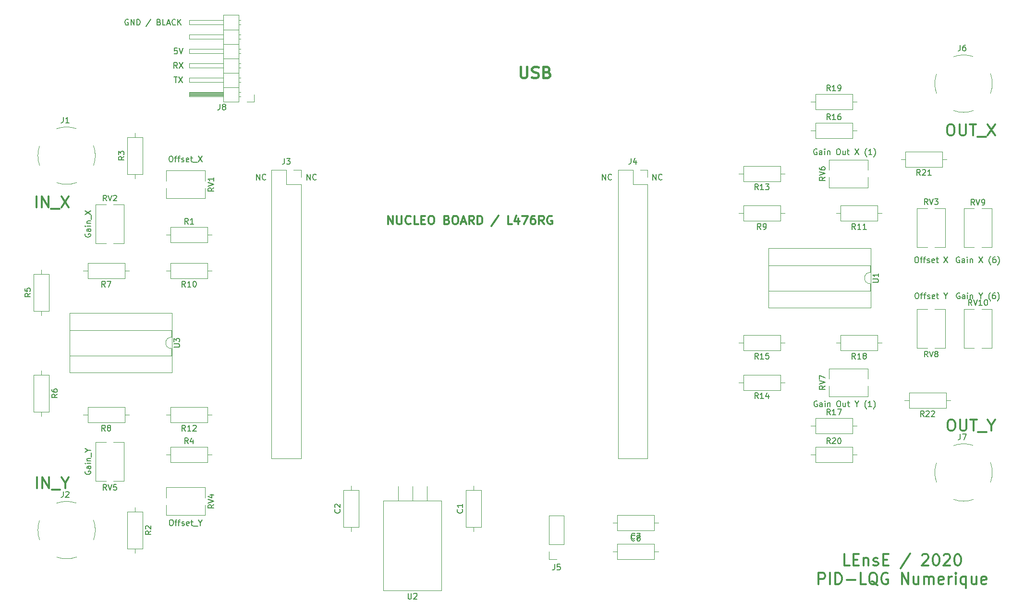
<source format=gbr>
%TF.GenerationSoftware,KiCad,Pcbnew,(5.1.6)-1*%
%TF.CreationDate,2021-01-07T08:24:20+01:00*%
%TF.ProjectId,carteAdaptatrice,63617274-6541-4646-9170-746174726963,rev?*%
%TF.SameCoordinates,Original*%
%TF.FileFunction,Legend,Top*%
%TF.FilePolarity,Positive*%
%FSLAX46Y46*%
G04 Gerber Fmt 4.6, Leading zero omitted, Abs format (unit mm)*
G04 Created by KiCad (PCBNEW (5.1.6)-1) date 2021-01-07 08:24:20*
%MOMM*%
%LPD*%
G01*
G04 APERTURE LIST*
%ADD10C,0.150000*%
%ADD11C,0.400000*%
%ADD12C,0.300000*%
%ADD13C,0.120000*%
G04 APERTURE END LIST*
D10*
X177014285Y-96337380D02*
X177014285Y-95337380D01*
X177585714Y-96337380D01*
X177585714Y-95337380D01*
X178633333Y-96242142D02*
X178585714Y-96289761D01*
X178442857Y-96337380D01*
X178347619Y-96337380D01*
X178204761Y-96289761D01*
X178109523Y-96194523D01*
X178061904Y-96099285D01*
X178014285Y-95908809D01*
X178014285Y-95765952D01*
X178061904Y-95575476D01*
X178109523Y-95480238D01*
X178204761Y-95385000D01*
X178347619Y-95337380D01*
X178442857Y-95337380D01*
X178585714Y-95385000D01*
X178633333Y-95432619D01*
X168124285Y-96337380D02*
X168124285Y-95337380D01*
X168695714Y-96337380D01*
X168695714Y-95337380D01*
X169743333Y-96242142D02*
X169695714Y-96289761D01*
X169552857Y-96337380D01*
X169457619Y-96337380D01*
X169314761Y-96289761D01*
X169219523Y-96194523D01*
X169171904Y-96099285D01*
X169124285Y-95908809D01*
X169124285Y-95765952D01*
X169171904Y-95575476D01*
X169219523Y-95480238D01*
X169314761Y-95385000D01*
X169457619Y-95337380D01*
X169552857Y-95337380D01*
X169695714Y-95385000D01*
X169743333Y-95432619D01*
X107164285Y-96337380D02*
X107164285Y-95337380D01*
X107735714Y-96337380D01*
X107735714Y-95337380D01*
X108783333Y-96242142D02*
X108735714Y-96289761D01*
X108592857Y-96337380D01*
X108497619Y-96337380D01*
X108354761Y-96289761D01*
X108259523Y-96194523D01*
X108211904Y-96099285D01*
X108164285Y-95908809D01*
X108164285Y-95765952D01*
X108211904Y-95575476D01*
X108259523Y-95480238D01*
X108354761Y-95385000D01*
X108497619Y-95337380D01*
X108592857Y-95337380D01*
X108735714Y-95385000D01*
X108783333Y-95432619D01*
X116054285Y-96337380D02*
X116054285Y-95337380D01*
X116625714Y-96337380D01*
X116625714Y-95337380D01*
X117673333Y-96242142D02*
X117625714Y-96289761D01*
X117482857Y-96337380D01*
X117387619Y-96337380D01*
X117244761Y-96289761D01*
X117149523Y-96194523D01*
X117101904Y-96099285D01*
X117054285Y-95908809D01*
X117054285Y-95765952D01*
X117101904Y-95575476D01*
X117149523Y-95480238D01*
X117244761Y-95385000D01*
X117387619Y-95337380D01*
X117482857Y-95337380D01*
X117625714Y-95385000D01*
X117673333Y-95432619D01*
D11*
X153686190Y-76374761D02*
X153686190Y-77993809D01*
X153781428Y-78184285D01*
X153876666Y-78279523D01*
X154067142Y-78374761D01*
X154448095Y-78374761D01*
X154638571Y-78279523D01*
X154733809Y-78184285D01*
X154829047Y-77993809D01*
X154829047Y-76374761D01*
X155686190Y-78279523D02*
X155971904Y-78374761D01*
X156448095Y-78374761D01*
X156638571Y-78279523D01*
X156733809Y-78184285D01*
X156829047Y-77993809D01*
X156829047Y-77803333D01*
X156733809Y-77612857D01*
X156638571Y-77517619D01*
X156448095Y-77422380D01*
X156067142Y-77327142D01*
X155876666Y-77231904D01*
X155781428Y-77136666D01*
X155686190Y-76946190D01*
X155686190Y-76755714D01*
X155781428Y-76565238D01*
X155876666Y-76470000D01*
X156067142Y-76374761D01*
X156543333Y-76374761D01*
X156829047Y-76470000D01*
X158352857Y-77327142D02*
X158638571Y-77422380D01*
X158733809Y-77517619D01*
X158829047Y-77708095D01*
X158829047Y-77993809D01*
X158733809Y-78184285D01*
X158638571Y-78279523D01*
X158448095Y-78374761D01*
X157686190Y-78374761D01*
X157686190Y-76374761D01*
X158352857Y-76374761D01*
X158543333Y-76470000D01*
X158638571Y-76565238D01*
X158733809Y-76755714D01*
X158733809Y-76946190D01*
X158638571Y-77136666D01*
X158543333Y-77231904D01*
X158352857Y-77327142D01*
X157686190Y-77327142D01*
D10*
X205962857Y-135390000D02*
X205867619Y-135342380D01*
X205724761Y-135342380D01*
X205581904Y-135390000D01*
X205486666Y-135485238D01*
X205439047Y-135580476D01*
X205391428Y-135770952D01*
X205391428Y-135913809D01*
X205439047Y-136104285D01*
X205486666Y-136199523D01*
X205581904Y-136294761D01*
X205724761Y-136342380D01*
X205820000Y-136342380D01*
X205962857Y-136294761D01*
X206010476Y-136247142D01*
X206010476Y-135913809D01*
X205820000Y-135913809D01*
X206867619Y-136342380D02*
X206867619Y-135818571D01*
X206820000Y-135723333D01*
X206724761Y-135675714D01*
X206534285Y-135675714D01*
X206439047Y-135723333D01*
X206867619Y-136294761D02*
X206772380Y-136342380D01*
X206534285Y-136342380D01*
X206439047Y-136294761D01*
X206391428Y-136199523D01*
X206391428Y-136104285D01*
X206439047Y-136009047D01*
X206534285Y-135961428D01*
X206772380Y-135961428D01*
X206867619Y-135913809D01*
X207343809Y-136342380D02*
X207343809Y-135675714D01*
X207343809Y-135342380D02*
X207296190Y-135390000D01*
X207343809Y-135437619D01*
X207391428Y-135390000D01*
X207343809Y-135342380D01*
X207343809Y-135437619D01*
X207820000Y-135675714D02*
X207820000Y-136342380D01*
X207820000Y-135770952D02*
X207867619Y-135723333D01*
X207962857Y-135675714D01*
X208105714Y-135675714D01*
X208200952Y-135723333D01*
X208248571Y-135818571D01*
X208248571Y-136342380D01*
X209677142Y-135342380D02*
X209867619Y-135342380D01*
X209962857Y-135390000D01*
X210058095Y-135485238D01*
X210105714Y-135675714D01*
X210105714Y-136009047D01*
X210058095Y-136199523D01*
X209962857Y-136294761D01*
X209867619Y-136342380D01*
X209677142Y-136342380D01*
X209581904Y-136294761D01*
X209486666Y-136199523D01*
X209439047Y-136009047D01*
X209439047Y-135675714D01*
X209486666Y-135485238D01*
X209581904Y-135390000D01*
X209677142Y-135342380D01*
X210962857Y-135675714D02*
X210962857Y-136342380D01*
X210534285Y-135675714D02*
X210534285Y-136199523D01*
X210581904Y-136294761D01*
X210677142Y-136342380D01*
X210820000Y-136342380D01*
X210915238Y-136294761D01*
X210962857Y-136247142D01*
X211296190Y-135675714D02*
X211677142Y-135675714D01*
X211439047Y-135342380D02*
X211439047Y-136199523D01*
X211486666Y-136294761D01*
X211581904Y-136342380D01*
X211677142Y-136342380D01*
X212962857Y-135866190D02*
X212962857Y-136342380D01*
X212629523Y-135342380D02*
X212962857Y-135866190D01*
X213296190Y-135342380D01*
X214677142Y-136723333D02*
X214629523Y-136675714D01*
X214534285Y-136532857D01*
X214486666Y-136437619D01*
X214439047Y-136294761D01*
X214391428Y-136056666D01*
X214391428Y-135866190D01*
X214439047Y-135628095D01*
X214486666Y-135485238D01*
X214534285Y-135390000D01*
X214629523Y-135247142D01*
X214677142Y-135199523D01*
X215581904Y-136342380D02*
X215010476Y-136342380D01*
X215296190Y-136342380D02*
X215296190Y-135342380D01*
X215200952Y-135485238D01*
X215105714Y-135580476D01*
X215010476Y-135628095D01*
X215915238Y-136723333D02*
X215962857Y-136675714D01*
X216058095Y-136532857D01*
X216105714Y-136437619D01*
X216153333Y-136294761D01*
X216200952Y-136056666D01*
X216200952Y-135866190D01*
X216153333Y-135628095D01*
X216105714Y-135485238D01*
X216058095Y-135390000D01*
X215962857Y-135247142D01*
X215915238Y-135199523D01*
X231100714Y-116340000D02*
X231005476Y-116292380D01*
X230862619Y-116292380D01*
X230719761Y-116340000D01*
X230624523Y-116435238D01*
X230576904Y-116530476D01*
X230529285Y-116720952D01*
X230529285Y-116863809D01*
X230576904Y-117054285D01*
X230624523Y-117149523D01*
X230719761Y-117244761D01*
X230862619Y-117292380D01*
X230957857Y-117292380D01*
X231100714Y-117244761D01*
X231148333Y-117197142D01*
X231148333Y-116863809D01*
X230957857Y-116863809D01*
X232005476Y-117292380D02*
X232005476Y-116768571D01*
X231957857Y-116673333D01*
X231862619Y-116625714D01*
X231672142Y-116625714D01*
X231576904Y-116673333D01*
X232005476Y-117244761D02*
X231910238Y-117292380D01*
X231672142Y-117292380D01*
X231576904Y-117244761D01*
X231529285Y-117149523D01*
X231529285Y-117054285D01*
X231576904Y-116959047D01*
X231672142Y-116911428D01*
X231910238Y-116911428D01*
X232005476Y-116863809D01*
X232481666Y-117292380D02*
X232481666Y-116625714D01*
X232481666Y-116292380D02*
X232434047Y-116340000D01*
X232481666Y-116387619D01*
X232529285Y-116340000D01*
X232481666Y-116292380D01*
X232481666Y-116387619D01*
X232957857Y-116625714D02*
X232957857Y-117292380D01*
X232957857Y-116720952D02*
X233005476Y-116673333D01*
X233100714Y-116625714D01*
X233243571Y-116625714D01*
X233338809Y-116673333D01*
X233386428Y-116768571D01*
X233386428Y-117292380D01*
X234815000Y-116816190D02*
X234815000Y-117292380D01*
X234481666Y-116292380D02*
X234815000Y-116816190D01*
X235148333Y-116292380D01*
X236529285Y-117673333D02*
X236481666Y-117625714D01*
X236386428Y-117482857D01*
X236338809Y-117387619D01*
X236291190Y-117244761D01*
X236243571Y-117006666D01*
X236243571Y-116816190D01*
X236291190Y-116578095D01*
X236338809Y-116435238D01*
X236386428Y-116340000D01*
X236481666Y-116197142D01*
X236529285Y-116149523D01*
X237338809Y-116292380D02*
X237148333Y-116292380D01*
X237053095Y-116340000D01*
X237005476Y-116387619D01*
X236910238Y-116530476D01*
X236862619Y-116720952D01*
X236862619Y-117101904D01*
X236910238Y-117197142D01*
X236957857Y-117244761D01*
X237053095Y-117292380D01*
X237243571Y-117292380D01*
X237338809Y-117244761D01*
X237386428Y-117197142D01*
X237434047Y-117101904D01*
X237434047Y-116863809D01*
X237386428Y-116768571D01*
X237338809Y-116720952D01*
X237243571Y-116673333D01*
X237053095Y-116673333D01*
X236957857Y-116720952D01*
X236910238Y-116768571D01*
X236862619Y-116863809D01*
X237767380Y-117673333D02*
X237815000Y-117625714D01*
X237910238Y-117482857D01*
X237957857Y-117387619D01*
X238005476Y-117244761D01*
X238053095Y-117006666D01*
X238053095Y-116816190D01*
X238005476Y-116578095D01*
X237957857Y-116435238D01*
X237910238Y-116340000D01*
X237815000Y-116197142D01*
X237767380Y-116149523D01*
X231053095Y-109990000D02*
X230957857Y-109942380D01*
X230815000Y-109942380D01*
X230672142Y-109990000D01*
X230576904Y-110085238D01*
X230529285Y-110180476D01*
X230481666Y-110370952D01*
X230481666Y-110513809D01*
X230529285Y-110704285D01*
X230576904Y-110799523D01*
X230672142Y-110894761D01*
X230815000Y-110942380D01*
X230910238Y-110942380D01*
X231053095Y-110894761D01*
X231100714Y-110847142D01*
X231100714Y-110513809D01*
X230910238Y-110513809D01*
X231957857Y-110942380D02*
X231957857Y-110418571D01*
X231910238Y-110323333D01*
X231815000Y-110275714D01*
X231624523Y-110275714D01*
X231529285Y-110323333D01*
X231957857Y-110894761D02*
X231862619Y-110942380D01*
X231624523Y-110942380D01*
X231529285Y-110894761D01*
X231481666Y-110799523D01*
X231481666Y-110704285D01*
X231529285Y-110609047D01*
X231624523Y-110561428D01*
X231862619Y-110561428D01*
X231957857Y-110513809D01*
X232434047Y-110942380D02*
X232434047Y-110275714D01*
X232434047Y-109942380D02*
X232386428Y-109990000D01*
X232434047Y-110037619D01*
X232481666Y-109990000D01*
X232434047Y-109942380D01*
X232434047Y-110037619D01*
X232910238Y-110275714D02*
X232910238Y-110942380D01*
X232910238Y-110370952D02*
X232957857Y-110323333D01*
X233053095Y-110275714D01*
X233195952Y-110275714D01*
X233291190Y-110323333D01*
X233338809Y-110418571D01*
X233338809Y-110942380D01*
X234481666Y-109942380D02*
X235148333Y-110942380D01*
X235148333Y-109942380D02*
X234481666Y-110942380D01*
X236576904Y-111323333D02*
X236529285Y-111275714D01*
X236434047Y-111132857D01*
X236386428Y-111037619D01*
X236338809Y-110894761D01*
X236291190Y-110656666D01*
X236291190Y-110466190D01*
X236338809Y-110228095D01*
X236386428Y-110085238D01*
X236434047Y-109990000D01*
X236529285Y-109847142D01*
X236576904Y-109799523D01*
X237386428Y-109942380D02*
X237195952Y-109942380D01*
X237100714Y-109990000D01*
X237053095Y-110037619D01*
X236957857Y-110180476D01*
X236910238Y-110370952D01*
X236910238Y-110751904D01*
X236957857Y-110847142D01*
X237005476Y-110894761D01*
X237100714Y-110942380D01*
X237291190Y-110942380D01*
X237386428Y-110894761D01*
X237434047Y-110847142D01*
X237481666Y-110751904D01*
X237481666Y-110513809D01*
X237434047Y-110418571D01*
X237386428Y-110370952D01*
X237291190Y-110323333D01*
X237100714Y-110323333D01*
X237005476Y-110370952D01*
X236957857Y-110418571D01*
X236910238Y-110513809D01*
X237815000Y-111323333D02*
X237862619Y-111275714D01*
X237957857Y-111132857D01*
X238005476Y-111037619D01*
X238053095Y-110894761D01*
X238100714Y-110656666D01*
X238100714Y-110466190D01*
X238053095Y-110228095D01*
X238005476Y-110085238D01*
X237957857Y-109990000D01*
X237862619Y-109847142D01*
X237815000Y-109799523D01*
X205915238Y-90940000D02*
X205820000Y-90892380D01*
X205677142Y-90892380D01*
X205534285Y-90940000D01*
X205439047Y-91035238D01*
X205391428Y-91130476D01*
X205343809Y-91320952D01*
X205343809Y-91463809D01*
X205391428Y-91654285D01*
X205439047Y-91749523D01*
X205534285Y-91844761D01*
X205677142Y-91892380D01*
X205772380Y-91892380D01*
X205915238Y-91844761D01*
X205962857Y-91797142D01*
X205962857Y-91463809D01*
X205772380Y-91463809D01*
X206820000Y-91892380D02*
X206820000Y-91368571D01*
X206772380Y-91273333D01*
X206677142Y-91225714D01*
X206486666Y-91225714D01*
X206391428Y-91273333D01*
X206820000Y-91844761D02*
X206724761Y-91892380D01*
X206486666Y-91892380D01*
X206391428Y-91844761D01*
X206343809Y-91749523D01*
X206343809Y-91654285D01*
X206391428Y-91559047D01*
X206486666Y-91511428D01*
X206724761Y-91511428D01*
X206820000Y-91463809D01*
X207296190Y-91892380D02*
X207296190Y-91225714D01*
X207296190Y-90892380D02*
X207248571Y-90940000D01*
X207296190Y-90987619D01*
X207343809Y-90940000D01*
X207296190Y-90892380D01*
X207296190Y-90987619D01*
X207772380Y-91225714D02*
X207772380Y-91892380D01*
X207772380Y-91320952D02*
X207820000Y-91273333D01*
X207915238Y-91225714D01*
X208058095Y-91225714D01*
X208153333Y-91273333D01*
X208200952Y-91368571D01*
X208200952Y-91892380D01*
X209629523Y-90892380D02*
X209820000Y-90892380D01*
X209915238Y-90940000D01*
X210010476Y-91035238D01*
X210058095Y-91225714D01*
X210058095Y-91559047D01*
X210010476Y-91749523D01*
X209915238Y-91844761D01*
X209820000Y-91892380D01*
X209629523Y-91892380D01*
X209534285Y-91844761D01*
X209439047Y-91749523D01*
X209391428Y-91559047D01*
X209391428Y-91225714D01*
X209439047Y-91035238D01*
X209534285Y-90940000D01*
X209629523Y-90892380D01*
X210915238Y-91225714D02*
X210915238Y-91892380D01*
X210486666Y-91225714D02*
X210486666Y-91749523D01*
X210534285Y-91844761D01*
X210629523Y-91892380D01*
X210772380Y-91892380D01*
X210867619Y-91844761D01*
X210915238Y-91797142D01*
X211248571Y-91225714D02*
X211629523Y-91225714D01*
X211391428Y-90892380D02*
X211391428Y-91749523D01*
X211439047Y-91844761D01*
X211534285Y-91892380D01*
X211629523Y-91892380D01*
X212629523Y-90892380D02*
X213296190Y-91892380D01*
X213296190Y-90892380D02*
X212629523Y-91892380D01*
X214724761Y-92273333D02*
X214677142Y-92225714D01*
X214581904Y-92082857D01*
X214534285Y-91987619D01*
X214486666Y-91844761D01*
X214439047Y-91606666D01*
X214439047Y-91416190D01*
X214486666Y-91178095D01*
X214534285Y-91035238D01*
X214581904Y-90940000D01*
X214677142Y-90797142D01*
X214724761Y-90749523D01*
X215629523Y-91892380D02*
X215058095Y-91892380D01*
X215343809Y-91892380D02*
X215343809Y-90892380D01*
X215248571Y-91035238D01*
X215153333Y-91130476D01*
X215058095Y-91178095D01*
X215962857Y-92273333D02*
X216010476Y-92225714D01*
X216105714Y-92082857D01*
X216153333Y-91987619D01*
X216200952Y-91844761D01*
X216248571Y-91606666D01*
X216248571Y-91416190D01*
X216200952Y-91178095D01*
X216153333Y-91035238D01*
X216105714Y-90940000D01*
X216010476Y-90797142D01*
X215962857Y-90749523D01*
X223464761Y-116292380D02*
X223655238Y-116292380D01*
X223750476Y-116340000D01*
X223845714Y-116435238D01*
X223893333Y-116625714D01*
X223893333Y-116959047D01*
X223845714Y-117149523D01*
X223750476Y-117244761D01*
X223655238Y-117292380D01*
X223464761Y-117292380D01*
X223369523Y-117244761D01*
X223274285Y-117149523D01*
X223226666Y-116959047D01*
X223226666Y-116625714D01*
X223274285Y-116435238D01*
X223369523Y-116340000D01*
X223464761Y-116292380D01*
X224179047Y-116625714D02*
X224560000Y-116625714D01*
X224321904Y-117292380D02*
X224321904Y-116435238D01*
X224369523Y-116340000D01*
X224464761Y-116292380D01*
X224560000Y-116292380D01*
X224750476Y-116625714D02*
X225131428Y-116625714D01*
X224893333Y-117292380D02*
X224893333Y-116435238D01*
X224940952Y-116340000D01*
X225036190Y-116292380D01*
X225131428Y-116292380D01*
X225417142Y-117244761D02*
X225512380Y-117292380D01*
X225702857Y-117292380D01*
X225798095Y-117244761D01*
X225845714Y-117149523D01*
X225845714Y-117101904D01*
X225798095Y-117006666D01*
X225702857Y-116959047D01*
X225560000Y-116959047D01*
X225464761Y-116911428D01*
X225417142Y-116816190D01*
X225417142Y-116768571D01*
X225464761Y-116673333D01*
X225560000Y-116625714D01*
X225702857Y-116625714D01*
X225798095Y-116673333D01*
X226655238Y-117244761D02*
X226560000Y-117292380D01*
X226369523Y-117292380D01*
X226274285Y-117244761D01*
X226226666Y-117149523D01*
X226226666Y-116768571D01*
X226274285Y-116673333D01*
X226369523Y-116625714D01*
X226560000Y-116625714D01*
X226655238Y-116673333D01*
X226702857Y-116768571D01*
X226702857Y-116863809D01*
X226226666Y-116959047D01*
X226988571Y-116625714D02*
X227369523Y-116625714D01*
X227131428Y-116292380D02*
X227131428Y-117149523D01*
X227179047Y-117244761D01*
X227274285Y-117292380D01*
X227369523Y-117292380D01*
X228655238Y-116816190D02*
X228655238Y-117292380D01*
X228321904Y-116292380D02*
X228655238Y-116816190D01*
X228988571Y-116292380D01*
X223417142Y-109942380D02*
X223607619Y-109942380D01*
X223702857Y-109990000D01*
X223798095Y-110085238D01*
X223845714Y-110275714D01*
X223845714Y-110609047D01*
X223798095Y-110799523D01*
X223702857Y-110894761D01*
X223607619Y-110942380D01*
X223417142Y-110942380D01*
X223321904Y-110894761D01*
X223226666Y-110799523D01*
X223179047Y-110609047D01*
X223179047Y-110275714D01*
X223226666Y-110085238D01*
X223321904Y-109990000D01*
X223417142Y-109942380D01*
X224131428Y-110275714D02*
X224512380Y-110275714D01*
X224274285Y-110942380D02*
X224274285Y-110085238D01*
X224321904Y-109990000D01*
X224417142Y-109942380D01*
X224512380Y-109942380D01*
X224702857Y-110275714D02*
X225083809Y-110275714D01*
X224845714Y-110942380D02*
X224845714Y-110085238D01*
X224893333Y-109990000D01*
X224988571Y-109942380D01*
X225083809Y-109942380D01*
X225369523Y-110894761D02*
X225464761Y-110942380D01*
X225655238Y-110942380D01*
X225750476Y-110894761D01*
X225798095Y-110799523D01*
X225798095Y-110751904D01*
X225750476Y-110656666D01*
X225655238Y-110609047D01*
X225512380Y-110609047D01*
X225417142Y-110561428D01*
X225369523Y-110466190D01*
X225369523Y-110418571D01*
X225417142Y-110323333D01*
X225512380Y-110275714D01*
X225655238Y-110275714D01*
X225750476Y-110323333D01*
X226607619Y-110894761D02*
X226512380Y-110942380D01*
X226321904Y-110942380D01*
X226226666Y-110894761D01*
X226179047Y-110799523D01*
X226179047Y-110418571D01*
X226226666Y-110323333D01*
X226321904Y-110275714D01*
X226512380Y-110275714D01*
X226607619Y-110323333D01*
X226655238Y-110418571D01*
X226655238Y-110513809D01*
X226179047Y-110609047D01*
X226940952Y-110275714D02*
X227321904Y-110275714D01*
X227083809Y-109942380D02*
X227083809Y-110799523D01*
X227131428Y-110894761D01*
X227226666Y-110942380D01*
X227321904Y-110942380D01*
X228321904Y-109942380D02*
X228988571Y-110942380D01*
X228988571Y-109942380D02*
X228321904Y-110942380D01*
X76970000Y-105878095D02*
X76922380Y-105973333D01*
X76922380Y-106116190D01*
X76970000Y-106259047D01*
X77065238Y-106354285D01*
X77160476Y-106401904D01*
X77350952Y-106449523D01*
X77493809Y-106449523D01*
X77684285Y-106401904D01*
X77779523Y-106354285D01*
X77874761Y-106259047D01*
X77922380Y-106116190D01*
X77922380Y-106020952D01*
X77874761Y-105878095D01*
X77827142Y-105830476D01*
X77493809Y-105830476D01*
X77493809Y-106020952D01*
X77922380Y-104973333D02*
X77398571Y-104973333D01*
X77303333Y-105020952D01*
X77255714Y-105116190D01*
X77255714Y-105306666D01*
X77303333Y-105401904D01*
X77874761Y-104973333D02*
X77922380Y-105068571D01*
X77922380Y-105306666D01*
X77874761Y-105401904D01*
X77779523Y-105449523D01*
X77684285Y-105449523D01*
X77589047Y-105401904D01*
X77541428Y-105306666D01*
X77541428Y-105068571D01*
X77493809Y-104973333D01*
X77922380Y-104497142D02*
X77255714Y-104497142D01*
X76922380Y-104497142D02*
X76970000Y-104544761D01*
X77017619Y-104497142D01*
X76970000Y-104449523D01*
X76922380Y-104497142D01*
X77017619Y-104497142D01*
X77255714Y-104020952D02*
X77922380Y-104020952D01*
X77350952Y-104020952D02*
X77303333Y-103973333D01*
X77255714Y-103878095D01*
X77255714Y-103735238D01*
X77303333Y-103640000D01*
X77398571Y-103592380D01*
X77922380Y-103592380D01*
X78017619Y-103354285D02*
X78017619Y-102592380D01*
X76922380Y-102449523D02*
X77922380Y-101782857D01*
X76922380Y-101782857D02*
X77922380Y-102449523D01*
X76970000Y-147740476D02*
X76922380Y-147835714D01*
X76922380Y-147978571D01*
X76970000Y-148121428D01*
X77065238Y-148216666D01*
X77160476Y-148264285D01*
X77350952Y-148311904D01*
X77493809Y-148311904D01*
X77684285Y-148264285D01*
X77779523Y-148216666D01*
X77874761Y-148121428D01*
X77922380Y-147978571D01*
X77922380Y-147883333D01*
X77874761Y-147740476D01*
X77827142Y-147692857D01*
X77493809Y-147692857D01*
X77493809Y-147883333D01*
X77922380Y-146835714D02*
X77398571Y-146835714D01*
X77303333Y-146883333D01*
X77255714Y-146978571D01*
X77255714Y-147169047D01*
X77303333Y-147264285D01*
X77874761Y-146835714D02*
X77922380Y-146930952D01*
X77922380Y-147169047D01*
X77874761Y-147264285D01*
X77779523Y-147311904D01*
X77684285Y-147311904D01*
X77589047Y-147264285D01*
X77541428Y-147169047D01*
X77541428Y-146930952D01*
X77493809Y-146835714D01*
X77922380Y-146359523D02*
X77255714Y-146359523D01*
X76922380Y-146359523D02*
X76970000Y-146407142D01*
X77017619Y-146359523D01*
X76970000Y-146311904D01*
X76922380Y-146359523D01*
X77017619Y-146359523D01*
X77255714Y-145883333D02*
X77922380Y-145883333D01*
X77350952Y-145883333D02*
X77303333Y-145835714D01*
X77255714Y-145740476D01*
X77255714Y-145597619D01*
X77303333Y-145502380D01*
X77398571Y-145454761D01*
X77922380Y-145454761D01*
X78017619Y-145216666D02*
X78017619Y-144454761D01*
X77446190Y-144026190D02*
X77922380Y-144026190D01*
X76922380Y-144359523D02*
X77446190Y-144026190D01*
X76922380Y-143692857D01*
X92019761Y-156297380D02*
X92210238Y-156297380D01*
X92305476Y-156345000D01*
X92400714Y-156440238D01*
X92448333Y-156630714D01*
X92448333Y-156964047D01*
X92400714Y-157154523D01*
X92305476Y-157249761D01*
X92210238Y-157297380D01*
X92019761Y-157297380D01*
X91924523Y-157249761D01*
X91829285Y-157154523D01*
X91781666Y-156964047D01*
X91781666Y-156630714D01*
X91829285Y-156440238D01*
X91924523Y-156345000D01*
X92019761Y-156297380D01*
X92734047Y-156630714D02*
X93115000Y-156630714D01*
X92876904Y-157297380D02*
X92876904Y-156440238D01*
X92924523Y-156345000D01*
X93019761Y-156297380D01*
X93115000Y-156297380D01*
X93305476Y-156630714D02*
X93686428Y-156630714D01*
X93448333Y-157297380D02*
X93448333Y-156440238D01*
X93495952Y-156345000D01*
X93591190Y-156297380D01*
X93686428Y-156297380D01*
X93972142Y-157249761D02*
X94067380Y-157297380D01*
X94257857Y-157297380D01*
X94353095Y-157249761D01*
X94400714Y-157154523D01*
X94400714Y-157106904D01*
X94353095Y-157011666D01*
X94257857Y-156964047D01*
X94115000Y-156964047D01*
X94019761Y-156916428D01*
X93972142Y-156821190D01*
X93972142Y-156773571D01*
X94019761Y-156678333D01*
X94115000Y-156630714D01*
X94257857Y-156630714D01*
X94353095Y-156678333D01*
X95210238Y-157249761D02*
X95115000Y-157297380D01*
X94924523Y-157297380D01*
X94829285Y-157249761D01*
X94781666Y-157154523D01*
X94781666Y-156773571D01*
X94829285Y-156678333D01*
X94924523Y-156630714D01*
X95115000Y-156630714D01*
X95210238Y-156678333D01*
X95257857Y-156773571D01*
X95257857Y-156868809D01*
X94781666Y-156964047D01*
X95543571Y-156630714D02*
X95924523Y-156630714D01*
X95686428Y-156297380D02*
X95686428Y-157154523D01*
X95734047Y-157249761D01*
X95829285Y-157297380D01*
X95924523Y-157297380D01*
X96019761Y-157392619D02*
X96781666Y-157392619D01*
X97210238Y-156821190D02*
X97210238Y-157297380D01*
X96876904Y-156297380D02*
X97210238Y-156821190D01*
X97543571Y-156297380D01*
X91972142Y-92162380D02*
X92162619Y-92162380D01*
X92257857Y-92210000D01*
X92353095Y-92305238D01*
X92400714Y-92495714D01*
X92400714Y-92829047D01*
X92353095Y-93019523D01*
X92257857Y-93114761D01*
X92162619Y-93162380D01*
X91972142Y-93162380D01*
X91876904Y-93114761D01*
X91781666Y-93019523D01*
X91734047Y-92829047D01*
X91734047Y-92495714D01*
X91781666Y-92305238D01*
X91876904Y-92210000D01*
X91972142Y-92162380D01*
X92686428Y-92495714D02*
X93067380Y-92495714D01*
X92829285Y-93162380D02*
X92829285Y-92305238D01*
X92876904Y-92210000D01*
X92972142Y-92162380D01*
X93067380Y-92162380D01*
X93257857Y-92495714D02*
X93638809Y-92495714D01*
X93400714Y-93162380D02*
X93400714Y-92305238D01*
X93448333Y-92210000D01*
X93543571Y-92162380D01*
X93638809Y-92162380D01*
X93924523Y-93114761D02*
X94019761Y-93162380D01*
X94210238Y-93162380D01*
X94305476Y-93114761D01*
X94353095Y-93019523D01*
X94353095Y-92971904D01*
X94305476Y-92876666D01*
X94210238Y-92829047D01*
X94067380Y-92829047D01*
X93972142Y-92781428D01*
X93924523Y-92686190D01*
X93924523Y-92638571D01*
X93972142Y-92543333D01*
X94067380Y-92495714D01*
X94210238Y-92495714D01*
X94305476Y-92543333D01*
X95162619Y-93114761D02*
X95067380Y-93162380D01*
X94876904Y-93162380D01*
X94781666Y-93114761D01*
X94734047Y-93019523D01*
X94734047Y-92638571D01*
X94781666Y-92543333D01*
X94876904Y-92495714D01*
X95067380Y-92495714D01*
X95162619Y-92543333D01*
X95210238Y-92638571D01*
X95210238Y-92733809D01*
X94734047Y-92829047D01*
X95495952Y-92495714D02*
X95876904Y-92495714D01*
X95638809Y-92162380D02*
X95638809Y-93019523D01*
X95686428Y-93114761D01*
X95781666Y-93162380D01*
X95876904Y-93162380D01*
X95972142Y-93257619D02*
X96734047Y-93257619D01*
X96876904Y-92162380D02*
X97543571Y-93162380D01*
X97543571Y-92162380D02*
X96876904Y-93162380D01*
D12*
X229330714Y-86534761D02*
X229711666Y-86534761D01*
X229902142Y-86630000D01*
X230092619Y-86820476D01*
X230187857Y-87201428D01*
X230187857Y-87868095D01*
X230092619Y-88249047D01*
X229902142Y-88439523D01*
X229711666Y-88534761D01*
X229330714Y-88534761D01*
X229140238Y-88439523D01*
X228949761Y-88249047D01*
X228854523Y-87868095D01*
X228854523Y-87201428D01*
X228949761Y-86820476D01*
X229140238Y-86630000D01*
X229330714Y-86534761D01*
X231045000Y-86534761D02*
X231045000Y-88153809D01*
X231140238Y-88344285D01*
X231235476Y-88439523D01*
X231425952Y-88534761D01*
X231806904Y-88534761D01*
X231997380Y-88439523D01*
X232092619Y-88344285D01*
X232187857Y-88153809D01*
X232187857Y-86534761D01*
X232854523Y-86534761D02*
X233997380Y-86534761D01*
X233425952Y-88534761D02*
X233425952Y-86534761D01*
X234187857Y-88725238D02*
X235711666Y-88725238D01*
X235997380Y-86534761D02*
X237330714Y-88534761D01*
X237330714Y-86534761D02*
X235997380Y-88534761D01*
X229425952Y-138604761D02*
X229806904Y-138604761D01*
X229997380Y-138700000D01*
X230187857Y-138890476D01*
X230283095Y-139271428D01*
X230283095Y-139938095D01*
X230187857Y-140319047D01*
X229997380Y-140509523D01*
X229806904Y-140604761D01*
X229425952Y-140604761D01*
X229235476Y-140509523D01*
X229045000Y-140319047D01*
X228949761Y-139938095D01*
X228949761Y-139271428D01*
X229045000Y-138890476D01*
X229235476Y-138700000D01*
X229425952Y-138604761D01*
X231140238Y-138604761D02*
X231140238Y-140223809D01*
X231235476Y-140414285D01*
X231330714Y-140509523D01*
X231521190Y-140604761D01*
X231902142Y-140604761D01*
X232092619Y-140509523D01*
X232187857Y-140414285D01*
X232283095Y-140223809D01*
X232283095Y-138604761D01*
X232949761Y-138604761D02*
X234092619Y-138604761D01*
X233521190Y-140604761D02*
X233521190Y-138604761D01*
X234283095Y-140795238D02*
X235806904Y-140795238D01*
X236664047Y-139652380D02*
X236664047Y-140604761D01*
X235997380Y-138604761D02*
X236664047Y-139652380D01*
X237330714Y-138604761D01*
X68453333Y-150764761D02*
X68453333Y-148764761D01*
X69405714Y-150764761D02*
X69405714Y-148764761D01*
X70548571Y-150764761D01*
X70548571Y-148764761D01*
X71024761Y-150955238D02*
X72548571Y-150955238D01*
X73405714Y-149812380D02*
X73405714Y-150764761D01*
X72739047Y-148764761D02*
X73405714Y-149812380D01*
X74072380Y-148764761D01*
X68358095Y-101234761D02*
X68358095Y-99234761D01*
X69310476Y-101234761D02*
X69310476Y-99234761D01*
X70453333Y-101234761D01*
X70453333Y-99234761D01*
X70929523Y-101425238D02*
X72453333Y-101425238D01*
X72739047Y-99234761D02*
X74072380Y-101234761D01*
X74072380Y-99234761D02*
X72739047Y-101234761D01*
D10*
X84519047Y-68080000D02*
X84423809Y-68032380D01*
X84280952Y-68032380D01*
X84138095Y-68080000D01*
X84042857Y-68175238D01*
X83995238Y-68270476D01*
X83947619Y-68460952D01*
X83947619Y-68603809D01*
X83995238Y-68794285D01*
X84042857Y-68889523D01*
X84138095Y-68984761D01*
X84280952Y-69032380D01*
X84376190Y-69032380D01*
X84519047Y-68984761D01*
X84566666Y-68937142D01*
X84566666Y-68603809D01*
X84376190Y-68603809D01*
X84995238Y-69032380D02*
X84995238Y-68032380D01*
X85566666Y-69032380D01*
X85566666Y-68032380D01*
X86042857Y-69032380D02*
X86042857Y-68032380D01*
X86280952Y-68032380D01*
X86423809Y-68080000D01*
X86519047Y-68175238D01*
X86566666Y-68270476D01*
X86614285Y-68460952D01*
X86614285Y-68603809D01*
X86566666Y-68794285D01*
X86519047Y-68889523D01*
X86423809Y-68984761D01*
X86280952Y-69032380D01*
X86042857Y-69032380D01*
X88519047Y-67984761D02*
X87661904Y-69270476D01*
X89947619Y-68508571D02*
X90090476Y-68556190D01*
X90138095Y-68603809D01*
X90185714Y-68699047D01*
X90185714Y-68841904D01*
X90138095Y-68937142D01*
X90090476Y-68984761D01*
X89995238Y-69032380D01*
X89614285Y-69032380D01*
X89614285Y-68032380D01*
X89947619Y-68032380D01*
X90042857Y-68080000D01*
X90090476Y-68127619D01*
X90138095Y-68222857D01*
X90138095Y-68318095D01*
X90090476Y-68413333D01*
X90042857Y-68460952D01*
X89947619Y-68508571D01*
X89614285Y-68508571D01*
X91090476Y-69032380D02*
X90614285Y-69032380D01*
X90614285Y-68032380D01*
X91376190Y-68746666D02*
X91852380Y-68746666D01*
X91280952Y-69032380D02*
X91614285Y-68032380D01*
X91947619Y-69032380D01*
X92852380Y-68937142D02*
X92804761Y-68984761D01*
X92661904Y-69032380D01*
X92566666Y-69032380D01*
X92423809Y-68984761D01*
X92328571Y-68889523D01*
X92280952Y-68794285D01*
X92233333Y-68603809D01*
X92233333Y-68460952D01*
X92280952Y-68270476D01*
X92328571Y-68175238D01*
X92423809Y-68080000D01*
X92566666Y-68032380D01*
X92661904Y-68032380D01*
X92804761Y-68080000D01*
X92852380Y-68127619D01*
X93280952Y-69032380D02*
X93280952Y-68032380D01*
X93852380Y-69032380D02*
X93423809Y-68460952D01*
X93852380Y-68032380D02*
X93280952Y-68603809D01*
X93154523Y-73112380D02*
X92678333Y-73112380D01*
X92630714Y-73588571D01*
X92678333Y-73540952D01*
X92773571Y-73493333D01*
X93011666Y-73493333D01*
X93106904Y-73540952D01*
X93154523Y-73588571D01*
X93202142Y-73683809D01*
X93202142Y-73921904D01*
X93154523Y-74017142D01*
X93106904Y-74064761D01*
X93011666Y-74112380D01*
X92773571Y-74112380D01*
X92678333Y-74064761D01*
X92630714Y-74017142D01*
X93487857Y-73112380D02*
X93821190Y-74112380D01*
X94154523Y-73112380D01*
X93178333Y-76652380D02*
X92845000Y-76176190D01*
X92606904Y-76652380D02*
X92606904Y-75652380D01*
X92987857Y-75652380D01*
X93083095Y-75700000D01*
X93130714Y-75747619D01*
X93178333Y-75842857D01*
X93178333Y-75985714D01*
X93130714Y-76080952D01*
X93083095Y-76128571D01*
X92987857Y-76176190D01*
X92606904Y-76176190D01*
X93511666Y-75652380D02*
X94178333Y-76652380D01*
X94178333Y-75652380D02*
X93511666Y-76652380D01*
X92583095Y-78192380D02*
X93154523Y-78192380D01*
X92868809Y-79192380D02*
X92868809Y-78192380D01*
X93392619Y-78192380D02*
X94059285Y-79192380D01*
X94059285Y-78192380D02*
X93392619Y-79192380D01*
D12*
X130315714Y-104183571D02*
X130315714Y-102683571D01*
X131172857Y-104183571D01*
X131172857Y-102683571D01*
X131887142Y-102683571D02*
X131887142Y-103897857D01*
X131958571Y-104040714D01*
X132030000Y-104112142D01*
X132172857Y-104183571D01*
X132458571Y-104183571D01*
X132601428Y-104112142D01*
X132672857Y-104040714D01*
X132744285Y-103897857D01*
X132744285Y-102683571D01*
X134315714Y-104040714D02*
X134244285Y-104112142D01*
X134030000Y-104183571D01*
X133887142Y-104183571D01*
X133672857Y-104112142D01*
X133530000Y-103969285D01*
X133458571Y-103826428D01*
X133387142Y-103540714D01*
X133387142Y-103326428D01*
X133458571Y-103040714D01*
X133530000Y-102897857D01*
X133672857Y-102755000D01*
X133887142Y-102683571D01*
X134030000Y-102683571D01*
X134244285Y-102755000D01*
X134315714Y-102826428D01*
X135672857Y-104183571D02*
X134958571Y-104183571D01*
X134958571Y-102683571D01*
X136172857Y-103397857D02*
X136672857Y-103397857D01*
X136887142Y-104183571D02*
X136172857Y-104183571D01*
X136172857Y-102683571D01*
X136887142Y-102683571D01*
X137815714Y-102683571D02*
X138101428Y-102683571D01*
X138244285Y-102755000D01*
X138387142Y-102897857D01*
X138458571Y-103183571D01*
X138458571Y-103683571D01*
X138387142Y-103969285D01*
X138244285Y-104112142D01*
X138101428Y-104183571D01*
X137815714Y-104183571D01*
X137672857Y-104112142D01*
X137530000Y-103969285D01*
X137458571Y-103683571D01*
X137458571Y-103183571D01*
X137530000Y-102897857D01*
X137672857Y-102755000D01*
X137815714Y-102683571D01*
X140744285Y-103397857D02*
X140958571Y-103469285D01*
X141030000Y-103540714D01*
X141101428Y-103683571D01*
X141101428Y-103897857D01*
X141030000Y-104040714D01*
X140958571Y-104112142D01*
X140815714Y-104183571D01*
X140244285Y-104183571D01*
X140244285Y-102683571D01*
X140744285Y-102683571D01*
X140887142Y-102755000D01*
X140958571Y-102826428D01*
X141030000Y-102969285D01*
X141030000Y-103112142D01*
X140958571Y-103255000D01*
X140887142Y-103326428D01*
X140744285Y-103397857D01*
X140244285Y-103397857D01*
X142030000Y-102683571D02*
X142315714Y-102683571D01*
X142458571Y-102755000D01*
X142601428Y-102897857D01*
X142672857Y-103183571D01*
X142672857Y-103683571D01*
X142601428Y-103969285D01*
X142458571Y-104112142D01*
X142315714Y-104183571D01*
X142030000Y-104183571D01*
X141887142Y-104112142D01*
X141744285Y-103969285D01*
X141672857Y-103683571D01*
X141672857Y-103183571D01*
X141744285Y-102897857D01*
X141887142Y-102755000D01*
X142030000Y-102683571D01*
X143244285Y-103755000D02*
X143958571Y-103755000D01*
X143101428Y-104183571D02*
X143601428Y-102683571D01*
X144101428Y-104183571D01*
X145458571Y-104183571D02*
X144958571Y-103469285D01*
X144601428Y-104183571D02*
X144601428Y-102683571D01*
X145172857Y-102683571D01*
X145315714Y-102755000D01*
X145387142Y-102826428D01*
X145458571Y-102969285D01*
X145458571Y-103183571D01*
X145387142Y-103326428D01*
X145315714Y-103397857D01*
X145172857Y-103469285D01*
X144601428Y-103469285D01*
X146101428Y-104183571D02*
X146101428Y-102683571D01*
X146458571Y-102683571D01*
X146672857Y-102755000D01*
X146815714Y-102897857D01*
X146887142Y-103040714D01*
X146958571Y-103326428D01*
X146958571Y-103540714D01*
X146887142Y-103826428D01*
X146815714Y-103969285D01*
X146672857Y-104112142D01*
X146458571Y-104183571D01*
X146101428Y-104183571D01*
X149815714Y-102612142D02*
X148530000Y-104540714D01*
X152172857Y-104183571D02*
X151458571Y-104183571D01*
X151458571Y-102683571D01*
X153315714Y-103183571D02*
X153315714Y-104183571D01*
X152958571Y-102612142D02*
X152601428Y-103683571D01*
X153530000Y-103683571D01*
X153958571Y-102683571D02*
X154958571Y-102683571D01*
X154315714Y-104183571D01*
X156172857Y-102683571D02*
X155887142Y-102683571D01*
X155744285Y-102755000D01*
X155672857Y-102826428D01*
X155530000Y-103040714D01*
X155458571Y-103326428D01*
X155458571Y-103897857D01*
X155530000Y-104040714D01*
X155601428Y-104112142D01*
X155744285Y-104183571D01*
X156030000Y-104183571D01*
X156172857Y-104112142D01*
X156244285Y-104040714D01*
X156315714Y-103897857D01*
X156315714Y-103540714D01*
X156244285Y-103397857D01*
X156172857Y-103326428D01*
X156030000Y-103255000D01*
X155744285Y-103255000D01*
X155601428Y-103326428D01*
X155530000Y-103397857D01*
X155458571Y-103540714D01*
X157815714Y-104183571D02*
X157315714Y-103469285D01*
X156958571Y-104183571D02*
X156958571Y-102683571D01*
X157530000Y-102683571D01*
X157672857Y-102755000D01*
X157744285Y-102826428D01*
X157815714Y-102969285D01*
X157815714Y-103183571D01*
X157744285Y-103326428D01*
X157672857Y-103397857D01*
X157530000Y-103469285D01*
X156958571Y-103469285D01*
X159244285Y-102755000D02*
X159101428Y-102683571D01*
X158887142Y-102683571D01*
X158672857Y-102755000D01*
X158530000Y-102897857D01*
X158458571Y-103040714D01*
X158387142Y-103326428D01*
X158387142Y-103540714D01*
X158458571Y-103826428D01*
X158530000Y-103969285D01*
X158672857Y-104112142D01*
X158887142Y-104183571D01*
X159030000Y-104183571D01*
X159244285Y-104112142D01*
X159315714Y-104040714D01*
X159315714Y-103540714D01*
X159030000Y-103540714D01*
X211694285Y-164354761D02*
X210741904Y-164354761D01*
X210741904Y-162354761D01*
X212360952Y-163307142D02*
X213027619Y-163307142D01*
X213313333Y-164354761D02*
X212360952Y-164354761D01*
X212360952Y-162354761D01*
X213313333Y-162354761D01*
X214170476Y-163021428D02*
X214170476Y-164354761D01*
X214170476Y-163211904D02*
X214265714Y-163116666D01*
X214456190Y-163021428D01*
X214741904Y-163021428D01*
X214932380Y-163116666D01*
X215027619Y-163307142D01*
X215027619Y-164354761D01*
X215884761Y-164259523D02*
X216075238Y-164354761D01*
X216456190Y-164354761D01*
X216646666Y-164259523D01*
X216741904Y-164069047D01*
X216741904Y-163973809D01*
X216646666Y-163783333D01*
X216456190Y-163688095D01*
X216170476Y-163688095D01*
X215980000Y-163592857D01*
X215884761Y-163402380D01*
X215884761Y-163307142D01*
X215980000Y-163116666D01*
X216170476Y-163021428D01*
X216456190Y-163021428D01*
X216646666Y-163116666D01*
X217599047Y-163307142D02*
X218265714Y-163307142D01*
X218551428Y-164354761D02*
X217599047Y-164354761D01*
X217599047Y-162354761D01*
X218551428Y-162354761D01*
X222360952Y-162259523D02*
X220646666Y-164830952D01*
X224456190Y-162545238D02*
X224551428Y-162450000D01*
X224741904Y-162354761D01*
X225218095Y-162354761D01*
X225408571Y-162450000D01*
X225503809Y-162545238D01*
X225599047Y-162735714D01*
X225599047Y-162926190D01*
X225503809Y-163211904D01*
X224360952Y-164354761D01*
X225599047Y-164354761D01*
X226837142Y-162354761D02*
X227027619Y-162354761D01*
X227218095Y-162450000D01*
X227313333Y-162545238D01*
X227408571Y-162735714D01*
X227503809Y-163116666D01*
X227503809Y-163592857D01*
X227408571Y-163973809D01*
X227313333Y-164164285D01*
X227218095Y-164259523D01*
X227027619Y-164354761D01*
X226837142Y-164354761D01*
X226646666Y-164259523D01*
X226551428Y-164164285D01*
X226456190Y-163973809D01*
X226360952Y-163592857D01*
X226360952Y-163116666D01*
X226456190Y-162735714D01*
X226551428Y-162545238D01*
X226646666Y-162450000D01*
X226837142Y-162354761D01*
X228265714Y-162545238D02*
X228360952Y-162450000D01*
X228551428Y-162354761D01*
X229027619Y-162354761D01*
X229218095Y-162450000D01*
X229313333Y-162545238D01*
X229408571Y-162735714D01*
X229408571Y-162926190D01*
X229313333Y-163211904D01*
X228170476Y-164354761D01*
X229408571Y-164354761D01*
X230646666Y-162354761D02*
X230837142Y-162354761D01*
X231027619Y-162450000D01*
X231122857Y-162545238D01*
X231218095Y-162735714D01*
X231313333Y-163116666D01*
X231313333Y-163592857D01*
X231218095Y-163973809D01*
X231122857Y-164164285D01*
X231027619Y-164259523D01*
X230837142Y-164354761D01*
X230646666Y-164354761D01*
X230456190Y-164259523D01*
X230360952Y-164164285D01*
X230265714Y-163973809D01*
X230170476Y-163592857D01*
X230170476Y-163116666D01*
X230265714Y-162735714D01*
X230360952Y-162545238D01*
X230456190Y-162450000D01*
X230646666Y-162354761D01*
X206218095Y-167654761D02*
X206218095Y-165654761D01*
X206980000Y-165654761D01*
X207170476Y-165750000D01*
X207265714Y-165845238D01*
X207360952Y-166035714D01*
X207360952Y-166321428D01*
X207265714Y-166511904D01*
X207170476Y-166607142D01*
X206980000Y-166702380D01*
X206218095Y-166702380D01*
X208218095Y-167654761D02*
X208218095Y-165654761D01*
X209170476Y-167654761D02*
X209170476Y-165654761D01*
X209646666Y-165654761D01*
X209932380Y-165750000D01*
X210122857Y-165940476D01*
X210218095Y-166130952D01*
X210313333Y-166511904D01*
X210313333Y-166797619D01*
X210218095Y-167178571D01*
X210122857Y-167369047D01*
X209932380Y-167559523D01*
X209646666Y-167654761D01*
X209170476Y-167654761D01*
X211170476Y-166892857D02*
X212694285Y-166892857D01*
X214599047Y-167654761D02*
X213646666Y-167654761D01*
X213646666Y-165654761D01*
X216599047Y-167845238D02*
X216408571Y-167750000D01*
X216218095Y-167559523D01*
X215932380Y-167273809D01*
X215741904Y-167178571D01*
X215551428Y-167178571D01*
X215646666Y-167654761D02*
X215456190Y-167559523D01*
X215265714Y-167369047D01*
X215170476Y-166988095D01*
X215170476Y-166321428D01*
X215265714Y-165940476D01*
X215456190Y-165750000D01*
X215646666Y-165654761D01*
X216027619Y-165654761D01*
X216218095Y-165750000D01*
X216408571Y-165940476D01*
X216503809Y-166321428D01*
X216503809Y-166988095D01*
X216408571Y-167369047D01*
X216218095Y-167559523D01*
X216027619Y-167654761D01*
X215646666Y-167654761D01*
X218408571Y-165750000D02*
X218218095Y-165654761D01*
X217932380Y-165654761D01*
X217646666Y-165750000D01*
X217456190Y-165940476D01*
X217360952Y-166130952D01*
X217265714Y-166511904D01*
X217265714Y-166797619D01*
X217360952Y-167178571D01*
X217456190Y-167369047D01*
X217646666Y-167559523D01*
X217932380Y-167654761D01*
X218122857Y-167654761D01*
X218408571Y-167559523D01*
X218503809Y-167464285D01*
X218503809Y-166797619D01*
X218122857Y-166797619D01*
X220884761Y-167654761D02*
X220884761Y-165654761D01*
X222027619Y-167654761D01*
X222027619Y-165654761D01*
X223837142Y-166321428D02*
X223837142Y-167654761D01*
X222980000Y-166321428D02*
X222980000Y-167369047D01*
X223075238Y-167559523D01*
X223265714Y-167654761D01*
X223551428Y-167654761D01*
X223741904Y-167559523D01*
X223837142Y-167464285D01*
X224789523Y-167654761D02*
X224789523Y-166321428D01*
X224789523Y-166511904D02*
X224884761Y-166416666D01*
X225075238Y-166321428D01*
X225360952Y-166321428D01*
X225551428Y-166416666D01*
X225646666Y-166607142D01*
X225646666Y-167654761D01*
X225646666Y-166607142D02*
X225741904Y-166416666D01*
X225932380Y-166321428D01*
X226218095Y-166321428D01*
X226408571Y-166416666D01*
X226503809Y-166607142D01*
X226503809Y-167654761D01*
X228218095Y-167559523D02*
X228027619Y-167654761D01*
X227646666Y-167654761D01*
X227456190Y-167559523D01*
X227360952Y-167369047D01*
X227360952Y-166607142D01*
X227456190Y-166416666D01*
X227646666Y-166321428D01*
X228027619Y-166321428D01*
X228218095Y-166416666D01*
X228313333Y-166607142D01*
X228313333Y-166797619D01*
X227360952Y-166988095D01*
X229170476Y-167654761D02*
X229170476Y-166321428D01*
X229170476Y-166702380D02*
X229265714Y-166511904D01*
X229360952Y-166416666D01*
X229551428Y-166321428D01*
X229741904Y-166321428D01*
X230408571Y-167654761D02*
X230408571Y-166321428D01*
X230408571Y-165654761D02*
X230313333Y-165750000D01*
X230408571Y-165845238D01*
X230503809Y-165750000D01*
X230408571Y-165654761D01*
X230408571Y-165845238D01*
X232218095Y-166321428D02*
X232218095Y-168321428D01*
X232218095Y-167559523D02*
X232027619Y-167654761D01*
X231646666Y-167654761D01*
X231456190Y-167559523D01*
X231360952Y-167464285D01*
X231265714Y-167273809D01*
X231265714Y-166702380D01*
X231360952Y-166511904D01*
X231456190Y-166416666D01*
X231646666Y-166321428D01*
X232027619Y-166321428D01*
X232218095Y-166416666D01*
X234027619Y-166321428D02*
X234027619Y-167654761D01*
X233170476Y-166321428D02*
X233170476Y-167369047D01*
X233265714Y-167559523D01*
X233456190Y-167654761D01*
X233741904Y-167654761D01*
X233932380Y-167559523D01*
X234027619Y-167464285D01*
X235741904Y-167559523D02*
X235551428Y-167654761D01*
X235170476Y-167654761D01*
X234980000Y-167559523D01*
X234884761Y-167369047D01*
X234884761Y-166607142D01*
X234980000Y-166416666D01*
X235170476Y-166321428D01*
X235551428Y-166321428D01*
X235741904Y-166416666D01*
X235837142Y-166607142D01*
X235837142Y-166797619D01*
X234884761Y-166988095D01*
D13*
%TO.C,R22*%
X228695000Y-136625000D02*
X228695000Y-133885000D01*
X228695000Y-133885000D02*
X222155000Y-133885000D01*
X222155000Y-133885000D02*
X222155000Y-136625000D01*
X222155000Y-136625000D02*
X228695000Y-136625000D01*
X229465000Y-135255000D02*
X228695000Y-135255000D01*
X221385000Y-135255000D02*
X222155000Y-135255000D01*
%TO.C,R6*%
X70585000Y-130715000D02*
X67845000Y-130715000D01*
X67845000Y-130715000D02*
X67845000Y-137255000D01*
X67845000Y-137255000D02*
X70585000Y-137255000D01*
X70585000Y-137255000D02*
X70585000Y-130715000D01*
X69215000Y-129945000D02*
X69215000Y-130715000D01*
X69215000Y-138025000D02*
X69215000Y-137255000D01*
%TO.C,J3*%
X109795000Y-94555000D02*
X112395000Y-94555000D01*
X109795000Y-94555000D02*
X109795000Y-145475000D01*
X109795000Y-145475000D02*
X114995000Y-145475000D01*
X114995000Y-97155000D02*
X114995000Y-145475000D01*
X112395000Y-97155000D02*
X114995000Y-97155000D01*
X112395000Y-94555000D02*
X112395000Y-97155000D01*
X114995000Y-94555000D02*
X114995000Y-95885000D01*
X113665000Y-94555000D02*
X114995000Y-94555000D01*
%TO.C,J4*%
X174752000Y-94555000D02*
X176082000Y-94555000D01*
X176082000Y-94555000D02*
X176082000Y-95885000D01*
X173482000Y-94555000D02*
X173482000Y-97155000D01*
X173482000Y-97155000D02*
X176082000Y-97155000D01*
X176082000Y-97155000D02*
X176082000Y-145475000D01*
X170882000Y-145475000D02*
X176082000Y-145475000D01*
X170882000Y-94555000D02*
X170882000Y-145475000D01*
X170882000Y-94555000D02*
X173482000Y-94555000D01*
%TO.C,C1*%
X145415000Y-150265000D02*
X145415000Y-151035000D01*
X145415000Y-158345000D02*
X145415000Y-157575000D01*
X144045000Y-151035000D02*
X144045000Y-157575000D01*
X146785000Y-151035000D02*
X144045000Y-151035000D01*
X146785000Y-157575000D02*
X146785000Y-151035000D01*
X144045000Y-157575000D02*
X146785000Y-157575000D01*
%TO.C,C2*%
X122455000Y-157575000D02*
X125195000Y-157575000D01*
X125195000Y-157575000D02*
X125195000Y-151035000D01*
X125195000Y-151035000D02*
X122455000Y-151035000D01*
X122455000Y-151035000D02*
X122455000Y-157575000D01*
X123825000Y-158345000D02*
X123825000Y-157575000D01*
X123825000Y-150265000D02*
X123825000Y-151035000D01*
%TO.C,C7*%
X177260000Y-158215000D02*
X177260000Y-155475000D01*
X177260000Y-155475000D02*
X170720000Y-155475000D01*
X170720000Y-155475000D02*
X170720000Y-158215000D01*
X170720000Y-158215000D02*
X177260000Y-158215000D01*
X178030000Y-156845000D02*
X177260000Y-156845000D01*
X169950000Y-156845000D02*
X170720000Y-156845000D01*
%TO.C,C8*%
X178030000Y-161925000D02*
X177260000Y-161925000D01*
X169950000Y-161925000D02*
X170720000Y-161925000D01*
X177260000Y-160555000D02*
X170720000Y-160555000D01*
X177260000Y-163295000D02*
X177260000Y-160555000D01*
X170720000Y-163295000D02*
X177260000Y-163295000D01*
X170720000Y-160555000D02*
X170720000Y-163295000D01*
%TO.C,J1*%
X68896411Y-90362337D02*
G75*
G03*
X68910000Y-93825000I4763589J-1712663D01*
G01*
X71947337Y-96838589D02*
G75*
G03*
X75410000Y-96825000I1712663J4763589D01*
G01*
X78423589Y-93787663D02*
G75*
G03*
X78410000Y-90325000I-4763589J1712663D01*
G01*
X75372663Y-87311411D02*
G75*
G03*
X71910000Y-87325000I-1712663J-4763589D01*
G01*
%TO.C,J2*%
X75372663Y-153351411D02*
G75*
G03*
X71910000Y-153365000I-1712663J-4763589D01*
G01*
X78423589Y-159827663D02*
G75*
G03*
X78410000Y-156365000I-4763589J1712663D01*
G01*
X71947337Y-162878589D02*
G75*
G03*
X75410000Y-162865000I1712663J4763589D01*
G01*
X68896411Y-156402337D02*
G75*
G03*
X68910000Y-159865000I4763589J-1712663D01*
G01*
%TO.C,J5*%
X161350000Y-160655000D02*
X158690000Y-160655000D01*
X161350000Y-160655000D02*
X161350000Y-155515000D01*
X161350000Y-155515000D02*
X158690000Y-155515000D01*
X158690000Y-160655000D02*
X158690000Y-155515000D01*
X158690000Y-163255000D02*
X158690000Y-161925000D01*
X160020000Y-163255000D02*
X158690000Y-163255000D01*
%TO.C,J6*%
X227011411Y-77662337D02*
G75*
G03*
X227025000Y-81125000I4763589J-1712663D01*
G01*
X230062337Y-84138589D02*
G75*
G03*
X233525000Y-84125000I1712663J4763589D01*
G01*
X236538589Y-81087663D02*
G75*
G03*
X236525000Y-77625000I-4763589J1712663D01*
G01*
X233487663Y-74611411D02*
G75*
G03*
X230025000Y-74625000I-1712663J-4763589D01*
G01*
%TO.C,J7*%
X233487663Y-143191411D02*
G75*
G03*
X230025000Y-143205000I-1712663J-4763589D01*
G01*
X236538589Y-149667663D02*
G75*
G03*
X236525000Y-146205000I-4763589J1712663D01*
G01*
X230062337Y-152718589D02*
G75*
G03*
X233525000Y-152705000I1712663J4763589D01*
G01*
X227011411Y-146242337D02*
G75*
G03*
X227025000Y-149705000I4763589J-1712663D01*
G01*
%TO.C,J8*%
X103970000Y-82610000D02*
X103970000Y-67250000D01*
X103970000Y-67250000D02*
X101310000Y-67250000D01*
X101310000Y-67250000D02*
X101310000Y-82610000D01*
X101310000Y-82610000D02*
X103970000Y-82610000D01*
X101310000Y-81660000D02*
X95310000Y-81660000D01*
X95310000Y-81660000D02*
X95310000Y-80900000D01*
X95310000Y-80900000D02*
X101310000Y-80900000D01*
X101310000Y-81600000D02*
X95310000Y-81600000D01*
X101310000Y-81480000D02*
X95310000Y-81480000D01*
X101310000Y-81360000D02*
X95310000Y-81360000D01*
X101310000Y-81240000D02*
X95310000Y-81240000D01*
X101310000Y-81120000D02*
X95310000Y-81120000D01*
X101310000Y-81000000D02*
X95310000Y-81000000D01*
X104300000Y-81660000D02*
X103970000Y-81660000D01*
X104300000Y-80900000D02*
X103970000Y-80900000D01*
X103970000Y-80010000D02*
X101310000Y-80010000D01*
X101310000Y-79120000D02*
X95310000Y-79120000D01*
X95310000Y-79120000D02*
X95310000Y-78360000D01*
X95310000Y-78360000D02*
X101310000Y-78360000D01*
X104367071Y-79120000D02*
X103970000Y-79120000D01*
X104367071Y-78360000D02*
X103970000Y-78360000D01*
X103970000Y-77470000D02*
X101310000Y-77470000D01*
X101310000Y-76580000D02*
X95310000Y-76580000D01*
X95310000Y-76580000D02*
X95310000Y-75820000D01*
X95310000Y-75820000D02*
X101310000Y-75820000D01*
X104367071Y-76580000D02*
X103970000Y-76580000D01*
X104367071Y-75820000D02*
X103970000Y-75820000D01*
X103970000Y-74930000D02*
X101310000Y-74930000D01*
X101310000Y-74040000D02*
X95310000Y-74040000D01*
X95310000Y-74040000D02*
X95310000Y-73280000D01*
X95310000Y-73280000D02*
X101310000Y-73280000D01*
X104367071Y-74040000D02*
X103970000Y-74040000D01*
X104367071Y-73280000D02*
X103970000Y-73280000D01*
X103970000Y-72390000D02*
X101310000Y-72390000D01*
X101310000Y-71500000D02*
X95310000Y-71500000D01*
X95310000Y-71500000D02*
X95310000Y-70740000D01*
X95310000Y-70740000D02*
X101310000Y-70740000D01*
X104367071Y-71500000D02*
X103970000Y-71500000D01*
X104367071Y-70740000D02*
X103970000Y-70740000D01*
X103970000Y-69850000D02*
X101310000Y-69850000D01*
X101310000Y-68960000D02*
X95310000Y-68960000D01*
X95310000Y-68960000D02*
X95310000Y-68200000D01*
X95310000Y-68200000D02*
X101310000Y-68200000D01*
X104367071Y-68960000D02*
X103970000Y-68960000D01*
X104367071Y-68200000D02*
X103970000Y-68200000D01*
X106680000Y-81280000D02*
X106680000Y-82550000D01*
X106680000Y-82550000D02*
X105410000Y-82550000D01*
%TO.C,R1*%
X99290000Y-106045000D02*
X98520000Y-106045000D01*
X91210000Y-106045000D02*
X91980000Y-106045000D01*
X98520000Y-104675000D02*
X91980000Y-104675000D01*
X98520000Y-107415000D02*
X98520000Y-104675000D01*
X91980000Y-107415000D02*
X98520000Y-107415000D01*
X91980000Y-104675000D02*
X91980000Y-107415000D01*
%TO.C,R2*%
X85725000Y-162155000D02*
X85725000Y-161385000D01*
X85725000Y-154075000D02*
X85725000Y-154845000D01*
X87095000Y-161385000D02*
X87095000Y-154845000D01*
X84355000Y-161385000D02*
X87095000Y-161385000D01*
X84355000Y-154845000D02*
X84355000Y-161385000D01*
X87095000Y-154845000D02*
X84355000Y-154845000D01*
%TO.C,R3*%
X85725000Y-88035000D02*
X85725000Y-88805000D01*
X85725000Y-96115000D02*
X85725000Y-95345000D01*
X84355000Y-88805000D02*
X84355000Y-95345000D01*
X87095000Y-88805000D02*
X84355000Y-88805000D01*
X87095000Y-95345000D02*
X87095000Y-88805000D01*
X84355000Y-95345000D02*
X87095000Y-95345000D01*
%TO.C,R4*%
X91980000Y-143410000D02*
X91980000Y-146150000D01*
X91980000Y-146150000D02*
X98520000Y-146150000D01*
X98520000Y-146150000D02*
X98520000Y-143410000D01*
X98520000Y-143410000D02*
X91980000Y-143410000D01*
X91210000Y-144780000D02*
X91980000Y-144780000D01*
X99290000Y-144780000D02*
X98520000Y-144780000D01*
%TO.C,R5*%
X67845000Y-119475000D02*
X70585000Y-119475000D01*
X70585000Y-119475000D02*
X70585000Y-112935000D01*
X70585000Y-112935000D02*
X67845000Y-112935000D01*
X67845000Y-112935000D02*
X67845000Y-119475000D01*
X69215000Y-120245000D02*
X69215000Y-119475000D01*
X69215000Y-112165000D02*
X69215000Y-112935000D01*
%TO.C,R7*%
X83915000Y-113765000D02*
X83915000Y-111025000D01*
X83915000Y-111025000D02*
X77375000Y-111025000D01*
X77375000Y-111025000D02*
X77375000Y-113765000D01*
X77375000Y-113765000D02*
X83915000Y-113765000D01*
X84685000Y-112395000D02*
X83915000Y-112395000D01*
X76605000Y-112395000D02*
X77375000Y-112395000D01*
%TO.C,R8*%
X76605000Y-137795000D02*
X77375000Y-137795000D01*
X84685000Y-137795000D02*
X83915000Y-137795000D01*
X77375000Y-139165000D02*
X83915000Y-139165000D01*
X77375000Y-136425000D02*
X77375000Y-139165000D01*
X83915000Y-136425000D02*
X77375000Y-136425000D01*
X83915000Y-139165000D02*
X83915000Y-136425000D01*
%TO.C,R9*%
X192175000Y-102235000D02*
X192945000Y-102235000D01*
X200255000Y-102235000D02*
X199485000Y-102235000D01*
X192945000Y-103605000D02*
X199485000Y-103605000D01*
X192945000Y-100865000D02*
X192945000Y-103605000D01*
X199485000Y-100865000D02*
X192945000Y-100865000D01*
X199485000Y-103605000D02*
X199485000Y-100865000D01*
%TO.C,R10*%
X91210000Y-112395000D02*
X91980000Y-112395000D01*
X99290000Y-112395000D02*
X98520000Y-112395000D01*
X91980000Y-113765000D02*
X98520000Y-113765000D01*
X91980000Y-111025000D02*
X91980000Y-113765000D01*
X98520000Y-111025000D02*
X91980000Y-111025000D01*
X98520000Y-113765000D02*
X98520000Y-111025000D01*
%TO.C,R11*%
X216630000Y-103605000D02*
X216630000Y-100865000D01*
X216630000Y-100865000D02*
X210090000Y-100865000D01*
X210090000Y-100865000D02*
X210090000Y-103605000D01*
X210090000Y-103605000D02*
X216630000Y-103605000D01*
X217400000Y-102235000D02*
X216630000Y-102235000D01*
X209320000Y-102235000D02*
X210090000Y-102235000D01*
%TO.C,R12*%
X91210000Y-137795000D02*
X91980000Y-137795000D01*
X99290000Y-137795000D02*
X98520000Y-137795000D01*
X91980000Y-139165000D02*
X98520000Y-139165000D01*
X91980000Y-136425000D02*
X91980000Y-139165000D01*
X98520000Y-136425000D02*
X91980000Y-136425000D01*
X98520000Y-139165000D02*
X98520000Y-136425000D01*
%TO.C,R13*%
X192175000Y-95250000D02*
X192945000Y-95250000D01*
X200255000Y-95250000D02*
X199485000Y-95250000D01*
X192945000Y-96620000D02*
X199485000Y-96620000D01*
X192945000Y-93880000D02*
X192945000Y-96620000D01*
X199485000Y-93880000D02*
X192945000Y-93880000D01*
X199485000Y-96620000D02*
X199485000Y-93880000D01*
%TO.C,R14*%
X192175000Y-132080000D02*
X192945000Y-132080000D01*
X200255000Y-132080000D02*
X199485000Y-132080000D01*
X192945000Y-133450000D02*
X199485000Y-133450000D01*
X192945000Y-130710000D02*
X192945000Y-133450000D01*
X199485000Y-130710000D02*
X192945000Y-130710000D01*
X199485000Y-133450000D02*
X199485000Y-130710000D01*
%TO.C,R15*%
X199485000Y-126465000D02*
X199485000Y-123725000D01*
X199485000Y-123725000D02*
X192945000Y-123725000D01*
X192945000Y-123725000D02*
X192945000Y-126465000D01*
X192945000Y-126465000D02*
X199485000Y-126465000D01*
X200255000Y-125095000D02*
X199485000Y-125095000D01*
X192175000Y-125095000D02*
X192945000Y-125095000D01*
%TO.C,R16*%
X205645000Y-86260000D02*
X205645000Y-89000000D01*
X205645000Y-89000000D02*
X212185000Y-89000000D01*
X212185000Y-89000000D02*
X212185000Y-86260000D01*
X212185000Y-86260000D02*
X205645000Y-86260000D01*
X204875000Y-87630000D02*
X205645000Y-87630000D01*
X212955000Y-87630000D02*
X212185000Y-87630000D01*
%TO.C,R17*%
X205645000Y-138330000D02*
X205645000Y-141070000D01*
X205645000Y-141070000D02*
X212185000Y-141070000D01*
X212185000Y-141070000D02*
X212185000Y-138330000D01*
X212185000Y-138330000D02*
X205645000Y-138330000D01*
X204875000Y-139700000D02*
X205645000Y-139700000D01*
X212955000Y-139700000D02*
X212185000Y-139700000D01*
%TO.C,R18*%
X209320000Y-125095000D02*
X210090000Y-125095000D01*
X217400000Y-125095000D02*
X216630000Y-125095000D01*
X210090000Y-126465000D02*
X216630000Y-126465000D01*
X210090000Y-123725000D02*
X210090000Y-126465000D01*
X216630000Y-123725000D02*
X210090000Y-123725000D01*
X216630000Y-126465000D02*
X216630000Y-123725000D01*
%TO.C,R19*%
X205645000Y-81180000D02*
X205645000Y-83920000D01*
X205645000Y-83920000D02*
X212185000Y-83920000D01*
X212185000Y-83920000D02*
X212185000Y-81180000D01*
X212185000Y-81180000D02*
X205645000Y-81180000D01*
X204875000Y-82550000D02*
X205645000Y-82550000D01*
X212955000Y-82550000D02*
X212185000Y-82550000D01*
%TO.C,R20*%
X212955000Y-144780000D02*
X212185000Y-144780000D01*
X204875000Y-144780000D02*
X205645000Y-144780000D01*
X212185000Y-143410000D02*
X205645000Y-143410000D01*
X212185000Y-146150000D02*
X212185000Y-143410000D01*
X205645000Y-146150000D02*
X212185000Y-146150000D01*
X205645000Y-143410000D02*
X205645000Y-146150000D01*
%TO.C,R21*%
X228060000Y-94080000D02*
X228060000Y-91340000D01*
X228060000Y-91340000D02*
X221520000Y-91340000D01*
X221520000Y-91340000D02*
X221520000Y-94080000D01*
X221520000Y-94080000D02*
X228060000Y-94080000D01*
X228830000Y-92710000D02*
X228060000Y-92710000D01*
X220750000Y-92710000D02*
X221520000Y-92710000D01*
%TO.C,RV1*%
X98035000Y-94685000D02*
X91195000Y-94685000D01*
X98035000Y-99625000D02*
X91195000Y-99625000D01*
X91195000Y-97805000D02*
X91195000Y-99625000D01*
X91195000Y-94685000D02*
X91195000Y-96505000D01*
X98035000Y-97805000D02*
X98035000Y-99625000D01*
X98035000Y-94685000D02*
X98035000Y-96505000D01*
%TO.C,RV2*%
X78810000Y-100720000D02*
X78810000Y-107560000D01*
X83750000Y-100720000D02*
X83750000Y-107560000D01*
X81930000Y-107560000D02*
X83750000Y-107560000D01*
X78810000Y-107560000D02*
X80630000Y-107560000D01*
X81930000Y-100720000D02*
X83750000Y-100720000D01*
X78810000Y-100720000D02*
X80630000Y-100720000D01*
%TO.C,RV3*%
X223590000Y-101355000D02*
X225410000Y-101355000D01*
X226710000Y-101355000D02*
X228530000Y-101355000D01*
X223590000Y-108195000D02*
X225410000Y-108195000D01*
X226710000Y-108195000D02*
X228530000Y-108195000D01*
X228530000Y-101355000D02*
X228530000Y-108195000D01*
X223590000Y-101355000D02*
X223590000Y-108195000D01*
%TO.C,RV4*%
X98035000Y-150565000D02*
X98035000Y-152385000D01*
X98035000Y-153685000D02*
X98035000Y-155505000D01*
X91195000Y-150565000D02*
X91195000Y-152385000D01*
X91195000Y-153685000D02*
X91195000Y-155505000D01*
X98035000Y-155505000D02*
X91195000Y-155505000D01*
X98035000Y-150565000D02*
X91195000Y-150565000D01*
%TO.C,RV5*%
X83750000Y-149470000D02*
X83750000Y-142630000D01*
X78810000Y-149470000D02*
X78810000Y-142630000D01*
X80630000Y-142630000D02*
X78810000Y-142630000D01*
X83750000Y-142630000D02*
X81930000Y-142630000D01*
X80630000Y-149470000D02*
X78810000Y-149470000D01*
X83750000Y-149470000D02*
X81930000Y-149470000D01*
%TO.C,RV6*%
X208035000Y-97720000D02*
X208035000Y-95900000D01*
X208035000Y-94600000D02*
X208035000Y-92780000D01*
X214875000Y-97720000D02*
X214875000Y-95900000D01*
X214875000Y-94600000D02*
X214875000Y-92780000D01*
X208035000Y-92780000D02*
X214875000Y-92780000D01*
X208035000Y-97720000D02*
X214875000Y-97720000D01*
%TO.C,RV7*%
X208035000Y-134550000D02*
X208035000Y-132730000D01*
X208035000Y-131430000D02*
X208035000Y-129610000D01*
X214875000Y-134550000D02*
X214875000Y-132730000D01*
X214875000Y-131430000D02*
X214875000Y-129610000D01*
X208035000Y-129610000D02*
X214875000Y-129610000D01*
X208035000Y-134550000D02*
X214875000Y-134550000D01*
%TO.C,RV8*%
X228530000Y-125975000D02*
X228530000Y-119135000D01*
X223590000Y-125975000D02*
X223590000Y-119135000D01*
X225410000Y-119135000D02*
X223590000Y-119135000D01*
X228530000Y-119135000D02*
X226710000Y-119135000D01*
X225410000Y-125975000D02*
X223590000Y-125975000D01*
X228530000Y-125975000D02*
X226710000Y-125975000D01*
%TO.C,RV9*%
X236785000Y-108195000D02*
X236785000Y-101355000D01*
X231845000Y-108195000D02*
X231845000Y-101355000D01*
X233665000Y-101355000D02*
X231845000Y-101355000D01*
X236785000Y-101355000D02*
X234965000Y-101355000D01*
X233665000Y-108195000D02*
X231845000Y-108195000D01*
X236785000Y-108195000D02*
X234965000Y-108195000D01*
%TO.C,RV10*%
X231845000Y-119135000D02*
X233665000Y-119135000D01*
X234965000Y-119135000D02*
X236785000Y-119135000D01*
X231845000Y-125975000D02*
X233665000Y-125975000D01*
X234965000Y-125975000D02*
X236785000Y-125975000D01*
X236785000Y-119135000D02*
X236785000Y-125975000D01*
X231845000Y-119135000D02*
X231845000Y-125975000D01*
%TO.C,U1*%
X215385000Y-118915000D02*
X215385000Y-108415000D01*
X197365000Y-118915000D02*
X215385000Y-118915000D01*
X197365000Y-108415000D02*
X197365000Y-118915000D01*
X215385000Y-108415000D02*
X197365000Y-108415000D01*
X215325000Y-115915000D02*
X215325000Y-114665000D01*
X197425000Y-115915000D02*
X215325000Y-115915000D01*
X197425000Y-111415000D02*
X197425000Y-115915000D01*
X215325000Y-111415000D02*
X197425000Y-111415000D01*
X215325000Y-112665000D02*
X215325000Y-111415000D01*
X215325000Y-114665000D02*
G75*
G02*
X215325000Y-112665000I0J1000000D01*
G01*
%TO.C,U2*%
X139740000Y-152915000D02*
X129500000Y-152915000D01*
X139740000Y-168805000D02*
X129500000Y-168805000D01*
X139740000Y-168805000D02*
X139740000Y-152915000D01*
X129500000Y-168805000D02*
X129500000Y-152915000D01*
X137160000Y-152915000D02*
X137160000Y-150375000D01*
X134620000Y-152915000D02*
X134620000Y-150375000D01*
X132080000Y-152915000D02*
X132080000Y-150375000D01*
%TO.C,U3*%
X92135000Y-124095000D02*
X92135000Y-122845000D01*
X92135000Y-122845000D02*
X74235000Y-122845000D01*
X74235000Y-122845000D02*
X74235000Y-127345000D01*
X74235000Y-127345000D02*
X92135000Y-127345000D01*
X92135000Y-127345000D02*
X92135000Y-126095000D01*
X92195000Y-119845000D02*
X74175000Y-119845000D01*
X74175000Y-119845000D02*
X74175000Y-130345000D01*
X74175000Y-130345000D02*
X92195000Y-130345000D01*
X92195000Y-130345000D02*
X92195000Y-119845000D01*
X92135000Y-126095000D02*
G75*
G02*
X92135000Y-124095000I0J1000000D01*
G01*
%TO.C,R22*%
D10*
X224782142Y-138077380D02*
X224448809Y-137601190D01*
X224210714Y-138077380D02*
X224210714Y-137077380D01*
X224591666Y-137077380D01*
X224686904Y-137125000D01*
X224734523Y-137172619D01*
X224782142Y-137267857D01*
X224782142Y-137410714D01*
X224734523Y-137505952D01*
X224686904Y-137553571D01*
X224591666Y-137601190D01*
X224210714Y-137601190D01*
X225163095Y-137172619D02*
X225210714Y-137125000D01*
X225305952Y-137077380D01*
X225544047Y-137077380D01*
X225639285Y-137125000D01*
X225686904Y-137172619D01*
X225734523Y-137267857D01*
X225734523Y-137363095D01*
X225686904Y-137505952D01*
X225115476Y-138077380D01*
X225734523Y-138077380D01*
X226115476Y-137172619D02*
X226163095Y-137125000D01*
X226258333Y-137077380D01*
X226496428Y-137077380D01*
X226591666Y-137125000D01*
X226639285Y-137172619D01*
X226686904Y-137267857D01*
X226686904Y-137363095D01*
X226639285Y-137505952D01*
X226067857Y-138077380D01*
X226686904Y-138077380D01*
%TO.C,R6*%
X72037380Y-134151666D02*
X71561190Y-134485000D01*
X72037380Y-134723095D02*
X71037380Y-134723095D01*
X71037380Y-134342142D01*
X71085000Y-134246904D01*
X71132619Y-134199285D01*
X71227857Y-134151666D01*
X71370714Y-134151666D01*
X71465952Y-134199285D01*
X71513571Y-134246904D01*
X71561190Y-134342142D01*
X71561190Y-134723095D01*
X71037380Y-133294523D02*
X71037380Y-133485000D01*
X71085000Y-133580238D01*
X71132619Y-133627857D01*
X71275476Y-133723095D01*
X71465952Y-133770714D01*
X71846904Y-133770714D01*
X71942142Y-133723095D01*
X71989761Y-133675476D01*
X72037380Y-133580238D01*
X72037380Y-133389761D01*
X71989761Y-133294523D01*
X71942142Y-133246904D01*
X71846904Y-133199285D01*
X71608809Y-133199285D01*
X71513571Y-133246904D01*
X71465952Y-133294523D01*
X71418333Y-133389761D01*
X71418333Y-133580238D01*
X71465952Y-133675476D01*
X71513571Y-133723095D01*
X71608809Y-133770714D01*
%TO.C,J3*%
X112061666Y-92567380D02*
X112061666Y-93281666D01*
X112014047Y-93424523D01*
X111918809Y-93519761D01*
X111775952Y-93567380D01*
X111680714Y-93567380D01*
X112442619Y-92567380D02*
X113061666Y-92567380D01*
X112728333Y-92948333D01*
X112871190Y-92948333D01*
X112966428Y-92995952D01*
X113014047Y-93043571D01*
X113061666Y-93138809D01*
X113061666Y-93376904D01*
X113014047Y-93472142D01*
X112966428Y-93519761D01*
X112871190Y-93567380D01*
X112585476Y-93567380D01*
X112490238Y-93519761D01*
X112442619Y-93472142D01*
%TO.C,J4*%
X173148666Y-92567380D02*
X173148666Y-93281666D01*
X173101047Y-93424523D01*
X173005809Y-93519761D01*
X172862952Y-93567380D01*
X172767714Y-93567380D01*
X174053428Y-92900714D02*
X174053428Y-93567380D01*
X173815333Y-92519761D02*
X173577238Y-93234047D01*
X174196285Y-93234047D01*
%TO.C,C1*%
X143402142Y-154471666D02*
X143449761Y-154519285D01*
X143497380Y-154662142D01*
X143497380Y-154757380D01*
X143449761Y-154900238D01*
X143354523Y-154995476D01*
X143259285Y-155043095D01*
X143068809Y-155090714D01*
X142925952Y-155090714D01*
X142735476Y-155043095D01*
X142640238Y-154995476D01*
X142545000Y-154900238D01*
X142497380Y-154757380D01*
X142497380Y-154662142D01*
X142545000Y-154519285D01*
X142592619Y-154471666D01*
X143497380Y-153519285D02*
X143497380Y-154090714D01*
X143497380Y-153805000D02*
X142497380Y-153805000D01*
X142640238Y-153900238D01*
X142735476Y-153995476D01*
X142783095Y-154090714D01*
%TO.C,C2*%
X121812142Y-154471666D02*
X121859761Y-154519285D01*
X121907380Y-154662142D01*
X121907380Y-154757380D01*
X121859761Y-154900238D01*
X121764523Y-154995476D01*
X121669285Y-155043095D01*
X121478809Y-155090714D01*
X121335952Y-155090714D01*
X121145476Y-155043095D01*
X121050238Y-154995476D01*
X120955000Y-154900238D01*
X120907380Y-154757380D01*
X120907380Y-154662142D01*
X120955000Y-154519285D01*
X121002619Y-154471666D01*
X121002619Y-154090714D02*
X120955000Y-154043095D01*
X120907380Y-153947857D01*
X120907380Y-153709761D01*
X120955000Y-153614523D01*
X121002619Y-153566904D01*
X121097857Y-153519285D01*
X121193095Y-153519285D01*
X121335952Y-153566904D01*
X121907380Y-154138333D01*
X121907380Y-153519285D01*
%TO.C,C7*%
X173823333Y-159572142D02*
X173775714Y-159619761D01*
X173632857Y-159667380D01*
X173537619Y-159667380D01*
X173394761Y-159619761D01*
X173299523Y-159524523D01*
X173251904Y-159429285D01*
X173204285Y-159238809D01*
X173204285Y-159095952D01*
X173251904Y-158905476D01*
X173299523Y-158810238D01*
X173394761Y-158715000D01*
X173537619Y-158667380D01*
X173632857Y-158667380D01*
X173775714Y-158715000D01*
X173823333Y-158762619D01*
X174156666Y-158667380D02*
X174823333Y-158667380D01*
X174394761Y-159667380D01*
%TO.C,C8*%
X173823333Y-159912142D02*
X173775714Y-159959761D01*
X173632857Y-160007380D01*
X173537619Y-160007380D01*
X173394761Y-159959761D01*
X173299523Y-159864523D01*
X173251904Y-159769285D01*
X173204285Y-159578809D01*
X173204285Y-159435952D01*
X173251904Y-159245476D01*
X173299523Y-159150238D01*
X173394761Y-159055000D01*
X173537619Y-159007380D01*
X173632857Y-159007380D01*
X173775714Y-159055000D01*
X173823333Y-159102619D01*
X174394761Y-159435952D02*
X174299523Y-159388333D01*
X174251904Y-159340714D01*
X174204285Y-159245476D01*
X174204285Y-159197857D01*
X174251904Y-159102619D01*
X174299523Y-159055000D01*
X174394761Y-159007380D01*
X174585238Y-159007380D01*
X174680476Y-159055000D01*
X174728095Y-159102619D01*
X174775714Y-159197857D01*
X174775714Y-159245476D01*
X174728095Y-159340714D01*
X174680476Y-159388333D01*
X174585238Y-159435952D01*
X174394761Y-159435952D01*
X174299523Y-159483571D01*
X174251904Y-159531190D01*
X174204285Y-159626428D01*
X174204285Y-159816904D01*
X174251904Y-159912142D01*
X174299523Y-159959761D01*
X174394761Y-160007380D01*
X174585238Y-160007380D01*
X174680476Y-159959761D01*
X174728095Y-159912142D01*
X174775714Y-159816904D01*
X174775714Y-159626428D01*
X174728095Y-159531190D01*
X174680476Y-159483571D01*
X174585238Y-159435952D01*
%TO.C,J1*%
X73076666Y-85277380D02*
X73076666Y-85991666D01*
X73029047Y-86134523D01*
X72933809Y-86229761D01*
X72790952Y-86277380D01*
X72695714Y-86277380D01*
X74076666Y-86277380D02*
X73505238Y-86277380D01*
X73790952Y-86277380D02*
X73790952Y-85277380D01*
X73695714Y-85420238D01*
X73600476Y-85515476D01*
X73505238Y-85563095D01*
%TO.C,J2*%
X73076666Y-151317380D02*
X73076666Y-152031666D01*
X73029047Y-152174523D01*
X72933809Y-152269761D01*
X72790952Y-152317380D01*
X72695714Y-152317380D01*
X73505238Y-151412619D02*
X73552857Y-151365000D01*
X73648095Y-151317380D01*
X73886190Y-151317380D01*
X73981428Y-151365000D01*
X74029047Y-151412619D01*
X74076666Y-151507857D01*
X74076666Y-151603095D01*
X74029047Y-151745952D01*
X73457619Y-152317380D01*
X74076666Y-152317380D01*
%TO.C,J5*%
X159686666Y-164147380D02*
X159686666Y-164861666D01*
X159639047Y-165004523D01*
X159543809Y-165099761D01*
X159400952Y-165147380D01*
X159305714Y-165147380D01*
X160639047Y-164147380D02*
X160162857Y-164147380D01*
X160115238Y-164623571D01*
X160162857Y-164575952D01*
X160258095Y-164528333D01*
X160496190Y-164528333D01*
X160591428Y-164575952D01*
X160639047Y-164623571D01*
X160686666Y-164718809D01*
X160686666Y-164956904D01*
X160639047Y-165052142D01*
X160591428Y-165099761D01*
X160496190Y-165147380D01*
X160258095Y-165147380D01*
X160162857Y-165099761D01*
X160115238Y-165052142D01*
%TO.C,J6*%
X231191666Y-72577380D02*
X231191666Y-73291666D01*
X231144047Y-73434523D01*
X231048809Y-73529761D01*
X230905952Y-73577380D01*
X230810714Y-73577380D01*
X232096428Y-72577380D02*
X231905952Y-72577380D01*
X231810714Y-72625000D01*
X231763095Y-72672619D01*
X231667857Y-72815476D01*
X231620238Y-73005952D01*
X231620238Y-73386904D01*
X231667857Y-73482142D01*
X231715476Y-73529761D01*
X231810714Y-73577380D01*
X232001190Y-73577380D01*
X232096428Y-73529761D01*
X232144047Y-73482142D01*
X232191666Y-73386904D01*
X232191666Y-73148809D01*
X232144047Y-73053571D01*
X232096428Y-73005952D01*
X232001190Y-72958333D01*
X231810714Y-72958333D01*
X231715476Y-73005952D01*
X231667857Y-73053571D01*
X231620238Y-73148809D01*
%TO.C,J7*%
X231191666Y-141157380D02*
X231191666Y-141871666D01*
X231144047Y-142014523D01*
X231048809Y-142109761D01*
X230905952Y-142157380D01*
X230810714Y-142157380D01*
X231572619Y-141157380D02*
X232239285Y-141157380D01*
X231810714Y-142157380D01*
%TO.C,J8*%
X100691666Y-83002380D02*
X100691666Y-83716666D01*
X100644047Y-83859523D01*
X100548809Y-83954761D01*
X100405952Y-84002380D01*
X100310714Y-84002380D01*
X101310714Y-83430952D02*
X101215476Y-83383333D01*
X101167857Y-83335714D01*
X101120238Y-83240476D01*
X101120238Y-83192857D01*
X101167857Y-83097619D01*
X101215476Y-83050000D01*
X101310714Y-83002380D01*
X101501190Y-83002380D01*
X101596428Y-83050000D01*
X101644047Y-83097619D01*
X101691666Y-83192857D01*
X101691666Y-83240476D01*
X101644047Y-83335714D01*
X101596428Y-83383333D01*
X101501190Y-83430952D01*
X101310714Y-83430952D01*
X101215476Y-83478571D01*
X101167857Y-83526190D01*
X101120238Y-83621428D01*
X101120238Y-83811904D01*
X101167857Y-83907142D01*
X101215476Y-83954761D01*
X101310714Y-84002380D01*
X101501190Y-84002380D01*
X101596428Y-83954761D01*
X101644047Y-83907142D01*
X101691666Y-83811904D01*
X101691666Y-83621428D01*
X101644047Y-83526190D01*
X101596428Y-83478571D01*
X101501190Y-83430952D01*
%TO.C,R1*%
X95083333Y-104127380D02*
X94750000Y-103651190D01*
X94511904Y-104127380D02*
X94511904Y-103127380D01*
X94892857Y-103127380D01*
X94988095Y-103175000D01*
X95035714Y-103222619D01*
X95083333Y-103317857D01*
X95083333Y-103460714D01*
X95035714Y-103555952D01*
X94988095Y-103603571D01*
X94892857Y-103651190D01*
X94511904Y-103651190D01*
X96035714Y-104127380D02*
X95464285Y-104127380D01*
X95750000Y-104127380D02*
X95750000Y-103127380D01*
X95654761Y-103270238D01*
X95559523Y-103365476D01*
X95464285Y-103413095D01*
%TO.C,R2*%
X88547380Y-158281666D02*
X88071190Y-158615000D01*
X88547380Y-158853095D02*
X87547380Y-158853095D01*
X87547380Y-158472142D01*
X87595000Y-158376904D01*
X87642619Y-158329285D01*
X87737857Y-158281666D01*
X87880714Y-158281666D01*
X87975952Y-158329285D01*
X88023571Y-158376904D01*
X88071190Y-158472142D01*
X88071190Y-158853095D01*
X87642619Y-157900714D02*
X87595000Y-157853095D01*
X87547380Y-157757857D01*
X87547380Y-157519761D01*
X87595000Y-157424523D01*
X87642619Y-157376904D01*
X87737857Y-157329285D01*
X87833095Y-157329285D01*
X87975952Y-157376904D01*
X88547380Y-157948333D01*
X88547380Y-157329285D01*
%TO.C,R3*%
X83807380Y-92241666D02*
X83331190Y-92575000D01*
X83807380Y-92813095D02*
X82807380Y-92813095D01*
X82807380Y-92432142D01*
X82855000Y-92336904D01*
X82902619Y-92289285D01*
X82997857Y-92241666D01*
X83140714Y-92241666D01*
X83235952Y-92289285D01*
X83283571Y-92336904D01*
X83331190Y-92432142D01*
X83331190Y-92813095D01*
X82807380Y-91908333D02*
X82807380Y-91289285D01*
X83188333Y-91622619D01*
X83188333Y-91479761D01*
X83235952Y-91384523D01*
X83283571Y-91336904D01*
X83378809Y-91289285D01*
X83616904Y-91289285D01*
X83712142Y-91336904D01*
X83759761Y-91384523D01*
X83807380Y-91479761D01*
X83807380Y-91765476D01*
X83759761Y-91860714D01*
X83712142Y-91908333D01*
%TO.C,R4*%
X95083333Y-142862380D02*
X94750000Y-142386190D01*
X94511904Y-142862380D02*
X94511904Y-141862380D01*
X94892857Y-141862380D01*
X94988095Y-141910000D01*
X95035714Y-141957619D01*
X95083333Y-142052857D01*
X95083333Y-142195714D01*
X95035714Y-142290952D01*
X94988095Y-142338571D01*
X94892857Y-142386190D01*
X94511904Y-142386190D01*
X95940476Y-142195714D02*
X95940476Y-142862380D01*
X95702380Y-141814761D02*
X95464285Y-142529047D01*
X96083333Y-142529047D01*
%TO.C,R5*%
X67297380Y-116371666D02*
X66821190Y-116705000D01*
X67297380Y-116943095D02*
X66297380Y-116943095D01*
X66297380Y-116562142D01*
X66345000Y-116466904D01*
X66392619Y-116419285D01*
X66487857Y-116371666D01*
X66630714Y-116371666D01*
X66725952Y-116419285D01*
X66773571Y-116466904D01*
X66821190Y-116562142D01*
X66821190Y-116943095D01*
X66297380Y-115466904D02*
X66297380Y-115943095D01*
X66773571Y-115990714D01*
X66725952Y-115943095D01*
X66678333Y-115847857D01*
X66678333Y-115609761D01*
X66725952Y-115514523D01*
X66773571Y-115466904D01*
X66868809Y-115419285D01*
X67106904Y-115419285D01*
X67202142Y-115466904D01*
X67249761Y-115514523D01*
X67297380Y-115609761D01*
X67297380Y-115847857D01*
X67249761Y-115943095D01*
X67202142Y-115990714D01*
%TO.C,R7*%
X80478333Y-115217380D02*
X80145000Y-114741190D01*
X79906904Y-115217380D02*
X79906904Y-114217380D01*
X80287857Y-114217380D01*
X80383095Y-114265000D01*
X80430714Y-114312619D01*
X80478333Y-114407857D01*
X80478333Y-114550714D01*
X80430714Y-114645952D01*
X80383095Y-114693571D01*
X80287857Y-114741190D01*
X79906904Y-114741190D01*
X80811666Y-114217380D02*
X81478333Y-114217380D01*
X81049761Y-115217380D01*
%TO.C,R8*%
X80478333Y-140617380D02*
X80145000Y-140141190D01*
X79906904Y-140617380D02*
X79906904Y-139617380D01*
X80287857Y-139617380D01*
X80383095Y-139665000D01*
X80430714Y-139712619D01*
X80478333Y-139807857D01*
X80478333Y-139950714D01*
X80430714Y-140045952D01*
X80383095Y-140093571D01*
X80287857Y-140141190D01*
X79906904Y-140141190D01*
X81049761Y-140045952D02*
X80954523Y-139998333D01*
X80906904Y-139950714D01*
X80859285Y-139855476D01*
X80859285Y-139807857D01*
X80906904Y-139712619D01*
X80954523Y-139665000D01*
X81049761Y-139617380D01*
X81240238Y-139617380D01*
X81335476Y-139665000D01*
X81383095Y-139712619D01*
X81430714Y-139807857D01*
X81430714Y-139855476D01*
X81383095Y-139950714D01*
X81335476Y-139998333D01*
X81240238Y-140045952D01*
X81049761Y-140045952D01*
X80954523Y-140093571D01*
X80906904Y-140141190D01*
X80859285Y-140236428D01*
X80859285Y-140426904D01*
X80906904Y-140522142D01*
X80954523Y-140569761D01*
X81049761Y-140617380D01*
X81240238Y-140617380D01*
X81335476Y-140569761D01*
X81383095Y-140522142D01*
X81430714Y-140426904D01*
X81430714Y-140236428D01*
X81383095Y-140141190D01*
X81335476Y-140093571D01*
X81240238Y-140045952D01*
%TO.C,R9*%
X196048333Y-105057380D02*
X195715000Y-104581190D01*
X195476904Y-105057380D02*
X195476904Y-104057380D01*
X195857857Y-104057380D01*
X195953095Y-104105000D01*
X196000714Y-104152619D01*
X196048333Y-104247857D01*
X196048333Y-104390714D01*
X196000714Y-104485952D01*
X195953095Y-104533571D01*
X195857857Y-104581190D01*
X195476904Y-104581190D01*
X196524523Y-105057380D02*
X196715000Y-105057380D01*
X196810238Y-105009761D01*
X196857857Y-104962142D01*
X196953095Y-104819285D01*
X197000714Y-104628809D01*
X197000714Y-104247857D01*
X196953095Y-104152619D01*
X196905476Y-104105000D01*
X196810238Y-104057380D01*
X196619761Y-104057380D01*
X196524523Y-104105000D01*
X196476904Y-104152619D01*
X196429285Y-104247857D01*
X196429285Y-104485952D01*
X196476904Y-104581190D01*
X196524523Y-104628809D01*
X196619761Y-104676428D01*
X196810238Y-104676428D01*
X196905476Y-104628809D01*
X196953095Y-104581190D01*
X197000714Y-104485952D01*
%TO.C,R10*%
X94607142Y-115217380D02*
X94273809Y-114741190D01*
X94035714Y-115217380D02*
X94035714Y-114217380D01*
X94416666Y-114217380D01*
X94511904Y-114265000D01*
X94559523Y-114312619D01*
X94607142Y-114407857D01*
X94607142Y-114550714D01*
X94559523Y-114645952D01*
X94511904Y-114693571D01*
X94416666Y-114741190D01*
X94035714Y-114741190D01*
X95559523Y-115217380D02*
X94988095Y-115217380D01*
X95273809Y-115217380D02*
X95273809Y-114217380D01*
X95178571Y-114360238D01*
X95083333Y-114455476D01*
X94988095Y-114503095D01*
X96178571Y-114217380D02*
X96273809Y-114217380D01*
X96369047Y-114265000D01*
X96416666Y-114312619D01*
X96464285Y-114407857D01*
X96511904Y-114598333D01*
X96511904Y-114836428D01*
X96464285Y-115026904D01*
X96416666Y-115122142D01*
X96369047Y-115169761D01*
X96273809Y-115217380D01*
X96178571Y-115217380D01*
X96083333Y-115169761D01*
X96035714Y-115122142D01*
X95988095Y-115026904D01*
X95940476Y-114836428D01*
X95940476Y-114598333D01*
X95988095Y-114407857D01*
X96035714Y-114312619D01*
X96083333Y-114265000D01*
X96178571Y-114217380D01*
%TO.C,R11*%
X212717142Y-105057380D02*
X212383809Y-104581190D01*
X212145714Y-105057380D02*
X212145714Y-104057380D01*
X212526666Y-104057380D01*
X212621904Y-104105000D01*
X212669523Y-104152619D01*
X212717142Y-104247857D01*
X212717142Y-104390714D01*
X212669523Y-104485952D01*
X212621904Y-104533571D01*
X212526666Y-104581190D01*
X212145714Y-104581190D01*
X213669523Y-105057380D02*
X213098095Y-105057380D01*
X213383809Y-105057380D02*
X213383809Y-104057380D01*
X213288571Y-104200238D01*
X213193333Y-104295476D01*
X213098095Y-104343095D01*
X214621904Y-105057380D02*
X214050476Y-105057380D01*
X214336190Y-105057380D02*
X214336190Y-104057380D01*
X214240952Y-104200238D01*
X214145714Y-104295476D01*
X214050476Y-104343095D01*
%TO.C,R12*%
X94607142Y-140617380D02*
X94273809Y-140141190D01*
X94035714Y-140617380D02*
X94035714Y-139617380D01*
X94416666Y-139617380D01*
X94511904Y-139665000D01*
X94559523Y-139712619D01*
X94607142Y-139807857D01*
X94607142Y-139950714D01*
X94559523Y-140045952D01*
X94511904Y-140093571D01*
X94416666Y-140141190D01*
X94035714Y-140141190D01*
X95559523Y-140617380D02*
X94988095Y-140617380D01*
X95273809Y-140617380D02*
X95273809Y-139617380D01*
X95178571Y-139760238D01*
X95083333Y-139855476D01*
X94988095Y-139903095D01*
X95940476Y-139712619D02*
X95988095Y-139665000D01*
X96083333Y-139617380D01*
X96321428Y-139617380D01*
X96416666Y-139665000D01*
X96464285Y-139712619D01*
X96511904Y-139807857D01*
X96511904Y-139903095D01*
X96464285Y-140045952D01*
X95892857Y-140617380D01*
X96511904Y-140617380D01*
%TO.C,R13*%
X195572142Y-98072380D02*
X195238809Y-97596190D01*
X195000714Y-98072380D02*
X195000714Y-97072380D01*
X195381666Y-97072380D01*
X195476904Y-97120000D01*
X195524523Y-97167619D01*
X195572142Y-97262857D01*
X195572142Y-97405714D01*
X195524523Y-97500952D01*
X195476904Y-97548571D01*
X195381666Y-97596190D01*
X195000714Y-97596190D01*
X196524523Y-98072380D02*
X195953095Y-98072380D01*
X196238809Y-98072380D02*
X196238809Y-97072380D01*
X196143571Y-97215238D01*
X196048333Y-97310476D01*
X195953095Y-97358095D01*
X196857857Y-97072380D02*
X197476904Y-97072380D01*
X197143571Y-97453333D01*
X197286428Y-97453333D01*
X197381666Y-97500952D01*
X197429285Y-97548571D01*
X197476904Y-97643809D01*
X197476904Y-97881904D01*
X197429285Y-97977142D01*
X197381666Y-98024761D01*
X197286428Y-98072380D01*
X197000714Y-98072380D01*
X196905476Y-98024761D01*
X196857857Y-97977142D01*
%TO.C,R14*%
X195572142Y-134902380D02*
X195238809Y-134426190D01*
X195000714Y-134902380D02*
X195000714Y-133902380D01*
X195381666Y-133902380D01*
X195476904Y-133950000D01*
X195524523Y-133997619D01*
X195572142Y-134092857D01*
X195572142Y-134235714D01*
X195524523Y-134330952D01*
X195476904Y-134378571D01*
X195381666Y-134426190D01*
X195000714Y-134426190D01*
X196524523Y-134902380D02*
X195953095Y-134902380D01*
X196238809Y-134902380D02*
X196238809Y-133902380D01*
X196143571Y-134045238D01*
X196048333Y-134140476D01*
X195953095Y-134188095D01*
X197381666Y-134235714D02*
X197381666Y-134902380D01*
X197143571Y-133854761D02*
X196905476Y-134569047D01*
X197524523Y-134569047D01*
%TO.C,R15*%
X195572142Y-127917380D02*
X195238809Y-127441190D01*
X195000714Y-127917380D02*
X195000714Y-126917380D01*
X195381666Y-126917380D01*
X195476904Y-126965000D01*
X195524523Y-127012619D01*
X195572142Y-127107857D01*
X195572142Y-127250714D01*
X195524523Y-127345952D01*
X195476904Y-127393571D01*
X195381666Y-127441190D01*
X195000714Y-127441190D01*
X196524523Y-127917380D02*
X195953095Y-127917380D01*
X196238809Y-127917380D02*
X196238809Y-126917380D01*
X196143571Y-127060238D01*
X196048333Y-127155476D01*
X195953095Y-127203095D01*
X197429285Y-126917380D02*
X196953095Y-126917380D01*
X196905476Y-127393571D01*
X196953095Y-127345952D01*
X197048333Y-127298333D01*
X197286428Y-127298333D01*
X197381666Y-127345952D01*
X197429285Y-127393571D01*
X197476904Y-127488809D01*
X197476904Y-127726904D01*
X197429285Y-127822142D01*
X197381666Y-127869761D01*
X197286428Y-127917380D01*
X197048333Y-127917380D01*
X196953095Y-127869761D01*
X196905476Y-127822142D01*
%TO.C,R16*%
X208272142Y-85712380D02*
X207938809Y-85236190D01*
X207700714Y-85712380D02*
X207700714Y-84712380D01*
X208081666Y-84712380D01*
X208176904Y-84760000D01*
X208224523Y-84807619D01*
X208272142Y-84902857D01*
X208272142Y-85045714D01*
X208224523Y-85140952D01*
X208176904Y-85188571D01*
X208081666Y-85236190D01*
X207700714Y-85236190D01*
X209224523Y-85712380D02*
X208653095Y-85712380D01*
X208938809Y-85712380D02*
X208938809Y-84712380D01*
X208843571Y-84855238D01*
X208748333Y-84950476D01*
X208653095Y-84998095D01*
X210081666Y-84712380D02*
X209891190Y-84712380D01*
X209795952Y-84760000D01*
X209748333Y-84807619D01*
X209653095Y-84950476D01*
X209605476Y-85140952D01*
X209605476Y-85521904D01*
X209653095Y-85617142D01*
X209700714Y-85664761D01*
X209795952Y-85712380D01*
X209986428Y-85712380D01*
X210081666Y-85664761D01*
X210129285Y-85617142D01*
X210176904Y-85521904D01*
X210176904Y-85283809D01*
X210129285Y-85188571D01*
X210081666Y-85140952D01*
X209986428Y-85093333D01*
X209795952Y-85093333D01*
X209700714Y-85140952D01*
X209653095Y-85188571D01*
X209605476Y-85283809D01*
%TO.C,R17*%
X208272142Y-137782380D02*
X207938809Y-137306190D01*
X207700714Y-137782380D02*
X207700714Y-136782380D01*
X208081666Y-136782380D01*
X208176904Y-136830000D01*
X208224523Y-136877619D01*
X208272142Y-136972857D01*
X208272142Y-137115714D01*
X208224523Y-137210952D01*
X208176904Y-137258571D01*
X208081666Y-137306190D01*
X207700714Y-137306190D01*
X209224523Y-137782380D02*
X208653095Y-137782380D01*
X208938809Y-137782380D02*
X208938809Y-136782380D01*
X208843571Y-136925238D01*
X208748333Y-137020476D01*
X208653095Y-137068095D01*
X209557857Y-136782380D02*
X210224523Y-136782380D01*
X209795952Y-137782380D01*
%TO.C,R18*%
X212717142Y-127917380D02*
X212383809Y-127441190D01*
X212145714Y-127917380D02*
X212145714Y-126917380D01*
X212526666Y-126917380D01*
X212621904Y-126965000D01*
X212669523Y-127012619D01*
X212717142Y-127107857D01*
X212717142Y-127250714D01*
X212669523Y-127345952D01*
X212621904Y-127393571D01*
X212526666Y-127441190D01*
X212145714Y-127441190D01*
X213669523Y-127917380D02*
X213098095Y-127917380D01*
X213383809Y-127917380D02*
X213383809Y-126917380D01*
X213288571Y-127060238D01*
X213193333Y-127155476D01*
X213098095Y-127203095D01*
X214240952Y-127345952D02*
X214145714Y-127298333D01*
X214098095Y-127250714D01*
X214050476Y-127155476D01*
X214050476Y-127107857D01*
X214098095Y-127012619D01*
X214145714Y-126965000D01*
X214240952Y-126917380D01*
X214431428Y-126917380D01*
X214526666Y-126965000D01*
X214574285Y-127012619D01*
X214621904Y-127107857D01*
X214621904Y-127155476D01*
X214574285Y-127250714D01*
X214526666Y-127298333D01*
X214431428Y-127345952D01*
X214240952Y-127345952D01*
X214145714Y-127393571D01*
X214098095Y-127441190D01*
X214050476Y-127536428D01*
X214050476Y-127726904D01*
X214098095Y-127822142D01*
X214145714Y-127869761D01*
X214240952Y-127917380D01*
X214431428Y-127917380D01*
X214526666Y-127869761D01*
X214574285Y-127822142D01*
X214621904Y-127726904D01*
X214621904Y-127536428D01*
X214574285Y-127441190D01*
X214526666Y-127393571D01*
X214431428Y-127345952D01*
%TO.C,R19*%
X208272142Y-80632380D02*
X207938809Y-80156190D01*
X207700714Y-80632380D02*
X207700714Y-79632380D01*
X208081666Y-79632380D01*
X208176904Y-79680000D01*
X208224523Y-79727619D01*
X208272142Y-79822857D01*
X208272142Y-79965714D01*
X208224523Y-80060952D01*
X208176904Y-80108571D01*
X208081666Y-80156190D01*
X207700714Y-80156190D01*
X209224523Y-80632380D02*
X208653095Y-80632380D01*
X208938809Y-80632380D02*
X208938809Y-79632380D01*
X208843571Y-79775238D01*
X208748333Y-79870476D01*
X208653095Y-79918095D01*
X209700714Y-80632380D02*
X209891190Y-80632380D01*
X209986428Y-80584761D01*
X210034047Y-80537142D01*
X210129285Y-80394285D01*
X210176904Y-80203809D01*
X210176904Y-79822857D01*
X210129285Y-79727619D01*
X210081666Y-79680000D01*
X209986428Y-79632380D01*
X209795952Y-79632380D01*
X209700714Y-79680000D01*
X209653095Y-79727619D01*
X209605476Y-79822857D01*
X209605476Y-80060952D01*
X209653095Y-80156190D01*
X209700714Y-80203809D01*
X209795952Y-80251428D01*
X209986428Y-80251428D01*
X210081666Y-80203809D01*
X210129285Y-80156190D01*
X210176904Y-80060952D01*
%TO.C,R20*%
X208272142Y-142862380D02*
X207938809Y-142386190D01*
X207700714Y-142862380D02*
X207700714Y-141862380D01*
X208081666Y-141862380D01*
X208176904Y-141910000D01*
X208224523Y-141957619D01*
X208272142Y-142052857D01*
X208272142Y-142195714D01*
X208224523Y-142290952D01*
X208176904Y-142338571D01*
X208081666Y-142386190D01*
X207700714Y-142386190D01*
X208653095Y-141957619D02*
X208700714Y-141910000D01*
X208795952Y-141862380D01*
X209034047Y-141862380D01*
X209129285Y-141910000D01*
X209176904Y-141957619D01*
X209224523Y-142052857D01*
X209224523Y-142148095D01*
X209176904Y-142290952D01*
X208605476Y-142862380D01*
X209224523Y-142862380D01*
X209843571Y-141862380D02*
X209938809Y-141862380D01*
X210034047Y-141910000D01*
X210081666Y-141957619D01*
X210129285Y-142052857D01*
X210176904Y-142243333D01*
X210176904Y-142481428D01*
X210129285Y-142671904D01*
X210081666Y-142767142D01*
X210034047Y-142814761D01*
X209938809Y-142862380D01*
X209843571Y-142862380D01*
X209748333Y-142814761D01*
X209700714Y-142767142D01*
X209653095Y-142671904D01*
X209605476Y-142481428D01*
X209605476Y-142243333D01*
X209653095Y-142052857D01*
X209700714Y-141957619D01*
X209748333Y-141910000D01*
X209843571Y-141862380D01*
%TO.C,R21*%
X224147142Y-95532380D02*
X223813809Y-95056190D01*
X223575714Y-95532380D02*
X223575714Y-94532380D01*
X223956666Y-94532380D01*
X224051904Y-94580000D01*
X224099523Y-94627619D01*
X224147142Y-94722857D01*
X224147142Y-94865714D01*
X224099523Y-94960952D01*
X224051904Y-95008571D01*
X223956666Y-95056190D01*
X223575714Y-95056190D01*
X224528095Y-94627619D02*
X224575714Y-94580000D01*
X224670952Y-94532380D01*
X224909047Y-94532380D01*
X225004285Y-94580000D01*
X225051904Y-94627619D01*
X225099523Y-94722857D01*
X225099523Y-94818095D01*
X225051904Y-94960952D01*
X224480476Y-95532380D01*
X225099523Y-95532380D01*
X226051904Y-95532380D02*
X225480476Y-95532380D01*
X225766190Y-95532380D02*
X225766190Y-94532380D01*
X225670952Y-94675238D01*
X225575714Y-94770476D01*
X225480476Y-94818095D01*
%TO.C,RV1*%
X99617380Y-97750238D02*
X99141190Y-98083571D01*
X99617380Y-98321666D02*
X98617380Y-98321666D01*
X98617380Y-97940714D01*
X98665000Y-97845476D01*
X98712619Y-97797857D01*
X98807857Y-97750238D01*
X98950714Y-97750238D01*
X99045952Y-97797857D01*
X99093571Y-97845476D01*
X99141190Y-97940714D01*
X99141190Y-98321666D01*
X98617380Y-97464523D02*
X99617380Y-97131190D01*
X98617380Y-96797857D01*
X99617380Y-95940714D02*
X99617380Y-96512142D01*
X99617380Y-96226428D02*
X98617380Y-96226428D01*
X98760238Y-96321666D01*
X98855476Y-96416904D01*
X98903095Y-96512142D01*
%TO.C,RV2*%
X80684761Y-100042380D02*
X80351428Y-99566190D01*
X80113333Y-100042380D02*
X80113333Y-99042380D01*
X80494285Y-99042380D01*
X80589523Y-99090000D01*
X80637142Y-99137619D01*
X80684761Y-99232857D01*
X80684761Y-99375714D01*
X80637142Y-99470952D01*
X80589523Y-99518571D01*
X80494285Y-99566190D01*
X80113333Y-99566190D01*
X80970476Y-99042380D02*
X81303809Y-100042380D01*
X81637142Y-99042380D01*
X81922857Y-99137619D02*
X81970476Y-99090000D01*
X82065714Y-99042380D01*
X82303809Y-99042380D01*
X82399047Y-99090000D01*
X82446666Y-99137619D01*
X82494285Y-99232857D01*
X82494285Y-99328095D01*
X82446666Y-99470952D01*
X81875238Y-100042380D01*
X82494285Y-100042380D01*
%TO.C,RV3*%
X225464761Y-100677380D02*
X225131428Y-100201190D01*
X224893333Y-100677380D02*
X224893333Y-99677380D01*
X225274285Y-99677380D01*
X225369523Y-99725000D01*
X225417142Y-99772619D01*
X225464761Y-99867857D01*
X225464761Y-100010714D01*
X225417142Y-100105952D01*
X225369523Y-100153571D01*
X225274285Y-100201190D01*
X224893333Y-100201190D01*
X225750476Y-99677380D02*
X226083809Y-100677380D01*
X226417142Y-99677380D01*
X226655238Y-99677380D02*
X227274285Y-99677380D01*
X226940952Y-100058333D01*
X227083809Y-100058333D01*
X227179047Y-100105952D01*
X227226666Y-100153571D01*
X227274285Y-100248809D01*
X227274285Y-100486904D01*
X227226666Y-100582142D01*
X227179047Y-100629761D01*
X227083809Y-100677380D01*
X226798095Y-100677380D01*
X226702857Y-100629761D01*
X226655238Y-100582142D01*
%TO.C,RV4*%
X99617380Y-153630238D02*
X99141190Y-153963571D01*
X99617380Y-154201666D02*
X98617380Y-154201666D01*
X98617380Y-153820714D01*
X98665000Y-153725476D01*
X98712619Y-153677857D01*
X98807857Y-153630238D01*
X98950714Y-153630238D01*
X99045952Y-153677857D01*
X99093571Y-153725476D01*
X99141190Y-153820714D01*
X99141190Y-154201666D01*
X98617380Y-153344523D02*
X99617380Y-153011190D01*
X98617380Y-152677857D01*
X98950714Y-151915952D02*
X99617380Y-151915952D01*
X98569761Y-152154047D02*
X99284047Y-152392142D01*
X99284047Y-151773095D01*
%TO.C,RV5*%
X80684761Y-151052380D02*
X80351428Y-150576190D01*
X80113333Y-151052380D02*
X80113333Y-150052380D01*
X80494285Y-150052380D01*
X80589523Y-150100000D01*
X80637142Y-150147619D01*
X80684761Y-150242857D01*
X80684761Y-150385714D01*
X80637142Y-150480952D01*
X80589523Y-150528571D01*
X80494285Y-150576190D01*
X80113333Y-150576190D01*
X80970476Y-150052380D02*
X81303809Y-151052380D01*
X81637142Y-150052380D01*
X82446666Y-150052380D02*
X81970476Y-150052380D01*
X81922857Y-150528571D01*
X81970476Y-150480952D01*
X82065714Y-150433333D01*
X82303809Y-150433333D01*
X82399047Y-150480952D01*
X82446666Y-150528571D01*
X82494285Y-150623809D01*
X82494285Y-150861904D01*
X82446666Y-150957142D01*
X82399047Y-151004761D01*
X82303809Y-151052380D01*
X82065714Y-151052380D01*
X81970476Y-151004761D01*
X81922857Y-150957142D01*
%TO.C,RV6*%
X207357380Y-95845238D02*
X206881190Y-96178571D01*
X207357380Y-96416666D02*
X206357380Y-96416666D01*
X206357380Y-96035714D01*
X206405000Y-95940476D01*
X206452619Y-95892857D01*
X206547857Y-95845238D01*
X206690714Y-95845238D01*
X206785952Y-95892857D01*
X206833571Y-95940476D01*
X206881190Y-96035714D01*
X206881190Y-96416666D01*
X206357380Y-95559523D02*
X207357380Y-95226190D01*
X206357380Y-94892857D01*
X206357380Y-94130952D02*
X206357380Y-94321428D01*
X206405000Y-94416666D01*
X206452619Y-94464285D01*
X206595476Y-94559523D01*
X206785952Y-94607142D01*
X207166904Y-94607142D01*
X207262142Y-94559523D01*
X207309761Y-94511904D01*
X207357380Y-94416666D01*
X207357380Y-94226190D01*
X207309761Y-94130952D01*
X207262142Y-94083333D01*
X207166904Y-94035714D01*
X206928809Y-94035714D01*
X206833571Y-94083333D01*
X206785952Y-94130952D01*
X206738333Y-94226190D01*
X206738333Y-94416666D01*
X206785952Y-94511904D01*
X206833571Y-94559523D01*
X206928809Y-94607142D01*
%TO.C,RV7*%
X207357380Y-132675238D02*
X206881190Y-133008571D01*
X207357380Y-133246666D02*
X206357380Y-133246666D01*
X206357380Y-132865714D01*
X206405000Y-132770476D01*
X206452619Y-132722857D01*
X206547857Y-132675238D01*
X206690714Y-132675238D01*
X206785952Y-132722857D01*
X206833571Y-132770476D01*
X206881190Y-132865714D01*
X206881190Y-133246666D01*
X206357380Y-132389523D02*
X207357380Y-132056190D01*
X206357380Y-131722857D01*
X206357380Y-131484761D02*
X206357380Y-130818095D01*
X207357380Y-131246666D01*
%TO.C,RV8*%
X225464761Y-127557380D02*
X225131428Y-127081190D01*
X224893333Y-127557380D02*
X224893333Y-126557380D01*
X225274285Y-126557380D01*
X225369523Y-126605000D01*
X225417142Y-126652619D01*
X225464761Y-126747857D01*
X225464761Y-126890714D01*
X225417142Y-126985952D01*
X225369523Y-127033571D01*
X225274285Y-127081190D01*
X224893333Y-127081190D01*
X225750476Y-126557380D02*
X226083809Y-127557380D01*
X226417142Y-126557380D01*
X226893333Y-126985952D02*
X226798095Y-126938333D01*
X226750476Y-126890714D01*
X226702857Y-126795476D01*
X226702857Y-126747857D01*
X226750476Y-126652619D01*
X226798095Y-126605000D01*
X226893333Y-126557380D01*
X227083809Y-126557380D01*
X227179047Y-126605000D01*
X227226666Y-126652619D01*
X227274285Y-126747857D01*
X227274285Y-126795476D01*
X227226666Y-126890714D01*
X227179047Y-126938333D01*
X227083809Y-126985952D01*
X226893333Y-126985952D01*
X226798095Y-127033571D01*
X226750476Y-127081190D01*
X226702857Y-127176428D01*
X226702857Y-127366904D01*
X226750476Y-127462142D01*
X226798095Y-127509761D01*
X226893333Y-127557380D01*
X227083809Y-127557380D01*
X227179047Y-127509761D01*
X227226666Y-127462142D01*
X227274285Y-127366904D01*
X227274285Y-127176428D01*
X227226666Y-127081190D01*
X227179047Y-127033571D01*
X227083809Y-126985952D01*
%TO.C,RV9*%
X233719761Y-100782380D02*
X233386428Y-100306190D01*
X233148333Y-100782380D02*
X233148333Y-99782380D01*
X233529285Y-99782380D01*
X233624523Y-99830000D01*
X233672142Y-99877619D01*
X233719761Y-99972857D01*
X233719761Y-100115714D01*
X233672142Y-100210952D01*
X233624523Y-100258571D01*
X233529285Y-100306190D01*
X233148333Y-100306190D01*
X234005476Y-99782380D02*
X234338809Y-100782380D01*
X234672142Y-99782380D01*
X235053095Y-100782380D02*
X235243571Y-100782380D01*
X235338809Y-100734761D01*
X235386428Y-100687142D01*
X235481666Y-100544285D01*
X235529285Y-100353809D01*
X235529285Y-99972857D01*
X235481666Y-99877619D01*
X235434047Y-99830000D01*
X235338809Y-99782380D01*
X235148333Y-99782380D01*
X235053095Y-99830000D01*
X235005476Y-99877619D01*
X234957857Y-99972857D01*
X234957857Y-100210952D01*
X235005476Y-100306190D01*
X235053095Y-100353809D01*
X235148333Y-100401428D01*
X235338809Y-100401428D01*
X235434047Y-100353809D01*
X235481666Y-100306190D01*
X235529285Y-100210952D01*
%TO.C,RV10*%
X233243571Y-118457380D02*
X232910238Y-117981190D01*
X232672142Y-118457380D02*
X232672142Y-117457380D01*
X233053095Y-117457380D01*
X233148333Y-117505000D01*
X233195952Y-117552619D01*
X233243571Y-117647857D01*
X233243571Y-117790714D01*
X233195952Y-117885952D01*
X233148333Y-117933571D01*
X233053095Y-117981190D01*
X232672142Y-117981190D01*
X233529285Y-117457380D02*
X233862619Y-118457380D01*
X234195952Y-117457380D01*
X235053095Y-118457380D02*
X234481666Y-118457380D01*
X234767380Y-118457380D02*
X234767380Y-117457380D01*
X234672142Y-117600238D01*
X234576904Y-117695476D01*
X234481666Y-117743095D01*
X235672142Y-117457380D02*
X235767380Y-117457380D01*
X235862619Y-117505000D01*
X235910238Y-117552619D01*
X235957857Y-117647857D01*
X236005476Y-117838333D01*
X236005476Y-118076428D01*
X235957857Y-118266904D01*
X235910238Y-118362142D01*
X235862619Y-118409761D01*
X235767380Y-118457380D01*
X235672142Y-118457380D01*
X235576904Y-118409761D01*
X235529285Y-118362142D01*
X235481666Y-118266904D01*
X235434047Y-118076428D01*
X235434047Y-117838333D01*
X235481666Y-117647857D01*
X235529285Y-117552619D01*
X235576904Y-117505000D01*
X235672142Y-117457380D01*
%TO.C,U1*%
X215777380Y-114426904D02*
X216586904Y-114426904D01*
X216682142Y-114379285D01*
X216729761Y-114331666D01*
X216777380Y-114236428D01*
X216777380Y-114045952D01*
X216729761Y-113950714D01*
X216682142Y-113903095D01*
X216586904Y-113855476D01*
X215777380Y-113855476D01*
X216777380Y-112855476D02*
X216777380Y-113426904D01*
X216777380Y-113141190D02*
X215777380Y-113141190D01*
X215920238Y-113236428D01*
X216015476Y-113331666D01*
X216063095Y-113426904D01*
%TO.C,U2*%
X133858095Y-169257380D02*
X133858095Y-170066904D01*
X133905714Y-170162142D01*
X133953333Y-170209761D01*
X134048571Y-170257380D01*
X134239047Y-170257380D01*
X134334285Y-170209761D01*
X134381904Y-170162142D01*
X134429523Y-170066904D01*
X134429523Y-169257380D01*
X134858095Y-169352619D02*
X134905714Y-169305000D01*
X135000952Y-169257380D01*
X135239047Y-169257380D01*
X135334285Y-169305000D01*
X135381904Y-169352619D01*
X135429523Y-169447857D01*
X135429523Y-169543095D01*
X135381904Y-169685952D01*
X134810476Y-170257380D01*
X135429523Y-170257380D01*
%TO.C,U3*%
X92587380Y-125856904D02*
X93396904Y-125856904D01*
X93492142Y-125809285D01*
X93539761Y-125761666D01*
X93587380Y-125666428D01*
X93587380Y-125475952D01*
X93539761Y-125380714D01*
X93492142Y-125333095D01*
X93396904Y-125285476D01*
X92587380Y-125285476D01*
X92587380Y-124904523D02*
X92587380Y-124285476D01*
X92968333Y-124618809D01*
X92968333Y-124475952D01*
X93015952Y-124380714D01*
X93063571Y-124333095D01*
X93158809Y-124285476D01*
X93396904Y-124285476D01*
X93492142Y-124333095D01*
X93539761Y-124380714D01*
X93587380Y-124475952D01*
X93587380Y-124761666D01*
X93539761Y-124856904D01*
X93492142Y-124904523D01*
%TD*%
M02*

</source>
